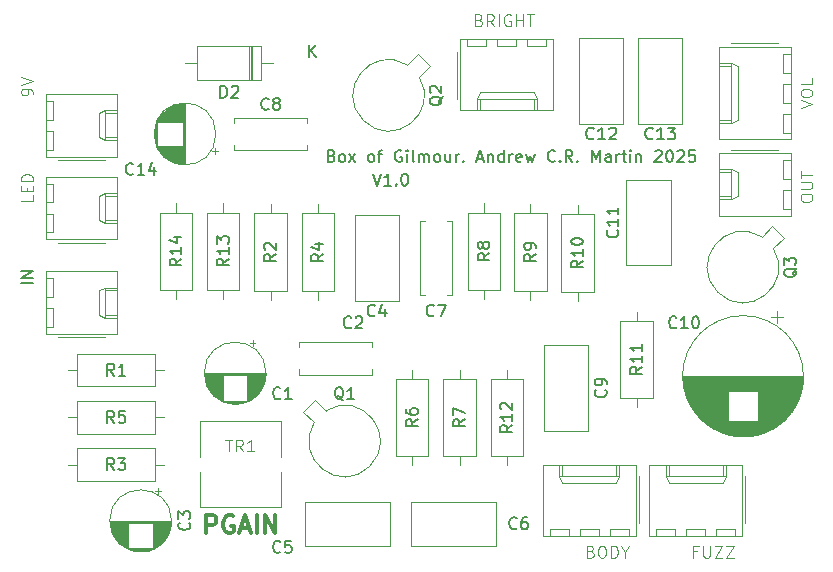
<source format=gbr>
%TF.GenerationSoftware,KiCad,Pcbnew,9.0.0*%
%TF.CreationDate,2025-05-08T12:22:06+01:00*%
%TF.ProjectId,BoxOfGilmour,426f784f-6647-4696-9c6d-6f75722e6b69,rev?*%
%TF.SameCoordinates,Original*%
%TF.FileFunction,Legend,Top*%
%TF.FilePolarity,Positive*%
%FSLAX46Y46*%
G04 Gerber Fmt 4.6, Leading zero omitted, Abs format (unit mm)*
G04 Created by KiCad (PCBNEW 9.0.0) date 2025-05-08 12:22:06*
%MOMM*%
%LPD*%
G01*
G04 APERTURE LIST*
%ADD10C,0.125000*%
%ADD11C,0.150000*%
%ADD12C,0.300000*%
%ADD13C,0.187500*%
%ADD14C,0.120000*%
G04 APERTURE END LIST*
D10*
X131653664Y-49347309D02*
X131796521Y-49394928D01*
X131796521Y-49394928D02*
X131844140Y-49442547D01*
X131844140Y-49442547D02*
X131891759Y-49537785D01*
X131891759Y-49537785D02*
X131891759Y-49680642D01*
X131891759Y-49680642D02*
X131844140Y-49775880D01*
X131844140Y-49775880D02*
X131796521Y-49823500D01*
X131796521Y-49823500D02*
X131701283Y-49871119D01*
X131701283Y-49871119D02*
X131320331Y-49871119D01*
X131320331Y-49871119D02*
X131320331Y-48871119D01*
X131320331Y-48871119D02*
X131653664Y-48871119D01*
X131653664Y-48871119D02*
X131748902Y-48918738D01*
X131748902Y-48918738D02*
X131796521Y-48966357D01*
X131796521Y-48966357D02*
X131844140Y-49061595D01*
X131844140Y-49061595D02*
X131844140Y-49156833D01*
X131844140Y-49156833D02*
X131796521Y-49252071D01*
X131796521Y-49252071D02*
X131748902Y-49299690D01*
X131748902Y-49299690D02*
X131653664Y-49347309D01*
X131653664Y-49347309D02*
X131320331Y-49347309D01*
X132891759Y-49871119D02*
X132558426Y-49394928D01*
X132320331Y-49871119D02*
X132320331Y-48871119D01*
X132320331Y-48871119D02*
X132701283Y-48871119D01*
X132701283Y-48871119D02*
X132796521Y-48918738D01*
X132796521Y-48918738D02*
X132844140Y-48966357D01*
X132844140Y-48966357D02*
X132891759Y-49061595D01*
X132891759Y-49061595D02*
X132891759Y-49204452D01*
X132891759Y-49204452D02*
X132844140Y-49299690D01*
X132844140Y-49299690D02*
X132796521Y-49347309D01*
X132796521Y-49347309D02*
X132701283Y-49394928D01*
X132701283Y-49394928D02*
X132320331Y-49394928D01*
X133320331Y-49871119D02*
X133320331Y-48871119D01*
X134320330Y-48918738D02*
X134225092Y-48871119D01*
X134225092Y-48871119D02*
X134082235Y-48871119D01*
X134082235Y-48871119D02*
X133939378Y-48918738D01*
X133939378Y-48918738D02*
X133844140Y-49013976D01*
X133844140Y-49013976D02*
X133796521Y-49109214D01*
X133796521Y-49109214D02*
X133748902Y-49299690D01*
X133748902Y-49299690D02*
X133748902Y-49442547D01*
X133748902Y-49442547D02*
X133796521Y-49633023D01*
X133796521Y-49633023D02*
X133844140Y-49728261D01*
X133844140Y-49728261D02*
X133939378Y-49823500D01*
X133939378Y-49823500D02*
X134082235Y-49871119D01*
X134082235Y-49871119D02*
X134177473Y-49871119D01*
X134177473Y-49871119D02*
X134320330Y-49823500D01*
X134320330Y-49823500D02*
X134367949Y-49775880D01*
X134367949Y-49775880D02*
X134367949Y-49442547D01*
X134367949Y-49442547D02*
X134177473Y-49442547D01*
X134796521Y-49871119D02*
X134796521Y-48871119D01*
X134796521Y-49347309D02*
X135367949Y-49347309D01*
X135367949Y-49871119D02*
X135367949Y-48871119D01*
X135701283Y-48871119D02*
X136272711Y-48871119D01*
X135986997Y-49871119D02*
X135986997Y-48871119D01*
X158871119Y-64489192D02*
X158871119Y-64298716D01*
X158871119Y-64298716D02*
X158918738Y-64203478D01*
X158918738Y-64203478D02*
X159013976Y-64108240D01*
X159013976Y-64108240D02*
X159204452Y-64060621D01*
X159204452Y-64060621D02*
X159537785Y-64060621D01*
X159537785Y-64060621D02*
X159728261Y-64108240D01*
X159728261Y-64108240D02*
X159823500Y-64203478D01*
X159823500Y-64203478D02*
X159871119Y-64298716D01*
X159871119Y-64298716D02*
X159871119Y-64489192D01*
X159871119Y-64489192D02*
X159823500Y-64584430D01*
X159823500Y-64584430D02*
X159728261Y-64679668D01*
X159728261Y-64679668D02*
X159537785Y-64727287D01*
X159537785Y-64727287D02*
X159204452Y-64727287D01*
X159204452Y-64727287D02*
X159013976Y-64679668D01*
X159013976Y-64679668D02*
X158918738Y-64584430D01*
X158918738Y-64584430D02*
X158871119Y-64489192D01*
X158871119Y-63632049D02*
X159680642Y-63632049D01*
X159680642Y-63632049D02*
X159775880Y-63584430D01*
X159775880Y-63584430D02*
X159823500Y-63536811D01*
X159823500Y-63536811D02*
X159871119Y-63441573D01*
X159871119Y-63441573D02*
X159871119Y-63251097D01*
X159871119Y-63251097D02*
X159823500Y-63155859D01*
X159823500Y-63155859D02*
X159775880Y-63108240D01*
X159775880Y-63108240D02*
X159680642Y-63060621D01*
X159680642Y-63060621D02*
X158871119Y-63060621D01*
X158871119Y-62727287D02*
X158871119Y-62155859D01*
X159871119Y-62441573D02*
X158871119Y-62441573D01*
X150113664Y-94347309D02*
X149780331Y-94347309D01*
X149780331Y-94871119D02*
X149780331Y-93871119D01*
X149780331Y-93871119D02*
X150256521Y-93871119D01*
X150637474Y-93871119D02*
X150637474Y-94680642D01*
X150637474Y-94680642D02*
X150685093Y-94775880D01*
X150685093Y-94775880D02*
X150732712Y-94823500D01*
X150732712Y-94823500D02*
X150827950Y-94871119D01*
X150827950Y-94871119D02*
X151018426Y-94871119D01*
X151018426Y-94871119D02*
X151113664Y-94823500D01*
X151113664Y-94823500D02*
X151161283Y-94775880D01*
X151161283Y-94775880D02*
X151208902Y-94680642D01*
X151208902Y-94680642D02*
X151208902Y-93871119D01*
X151589855Y-93871119D02*
X152256521Y-93871119D01*
X152256521Y-93871119D02*
X151589855Y-94871119D01*
X151589855Y-94871119D02*
X152256521Y-94871119D01*
X152542236Y-93871119D02*
X153208902Y-93871119D01*
X153208902Y-93871119D02*
X152542236Y-94871119D01*
X152542236Y-94871119D02*
X153208902Y-94871119D01*
X158871119Y-56822525D02*
X159871119Y-56489192D01*
X159871119Y-56489192D02*
X158871119Y-56155859D01*
X158871119Y-55632049D02*
X158871119Y-55441573D01*
X158871119Y-55441573D02*
X158918738Y-55346335D01*
X158918738Y-55346335D02*
X159013976Y-55251097D01*
X159013976Y-55251097D02*
X159204452Y-55203478D01*
X159204452Y-55203478D02*
X159537785Y-55203478D01*
X159537785Y-55203478D02*
X159728261Y-55251097D01*
X159728261Y-55251097D02*
X159823500Y-55346335D01*
X159823500Y-55346335D02*
X159871119Y-55441573D01*
X159871119Y-55441573D02*
X159871119Y-55632049D01*
X159871119Y-55632049D02*
X159823500Y-55727287D01*
X159823500Y-55727287D02*
X159728261Y-55822525D01*
X159728261Y-55822525D02*
X159537785Y-55870144D01*
X159537785Y-55870144D02*
X159204452Y-55870144D01*
X159204452Y-55870144D02*
X159013976Y-55822525D01*
X159013976Y-55822525D02*
X158918738Y-55727287D01*
X158918738Y-55727287D02*
X158871119Y-55632049D01*
X159871119Y-54298716D02*
X159871119Y-54774906D01*
X159871119Y-54774906D02*
X158871119Y-54774906D01*
X93871119Y-55632049D02*
X93871119Y-55441573D01*
X93871119Y-55441573D02*
X93823500Y-55346335D01*
X93823500Y-55346335D02*
X93775880Y-55298716D01*
X93775880Y-55298716D02*
X93633023Y-55203478D01*
X93633023Y-55203478D02*
X93442547Y-55155859D01*
X93442547Y-55155859D02*
X93061595Y-55155859D01*
X93061595Y-55155859D02*
X92966357Y-55203478D01*
X92966357Y-55203478D02*
X92918738Y-55251097D01*
X92918738Y-55251097D02*
X92871119Y-55346335D01*
X92871119Y-55346335D02*
X92871119Y-55536811D01*
X92871119Y-55536811D02*
X92918738Y-55632049D01*
X92918738Y-55632049D02*
X92966357Y-55679668D01*
X92966357Y-55679668D02*
X93061595Y-55727287D01*
X93061595Y-55727287D02*
X93299690Y-55727287D01*
X93299690Y-55727287D02*
X93394928Y-55679668D01*
X93394928Y-55679668D02*
X93442547Y-55632049D01*
X93442547Y-55632049D02*
X93490166Y-55536811D01*
X93490166Y-55536811D02*
X93490166Y-55346335D01*
X93490166Y-55346335D02*
X93442547Y-55251097D01*
X93442547Y-55251097D02*
X93394928Y-55203478D01*
X93394928Y-55203478D02*
X93299690Y-55155859D01*
X92871119Y-54870144D02*
X93871119Y-54536811D01*
X93871119Y-54536811D02*
X92871119Y-54203478D01*
D11*
X119170112Y-60846009D02*
X119312969Y-60893628D01*
X119312969Y-60893628D02*
X119360588Y-60941247D01*
X119360588Y-60941247D02*
X119408207Y-61036485D01*
X119408207Y-61036485D02*
X119408207Y-61179342D01*
X119408207Y-61179342D02*
X119360588Y-61274580D01*
X119360588Y-61274580D02*
X119312969Y-61322200D01*
X119312969Y-61322200D02*
X119217731Y-61369819D01*
X119217731Y-61369819D02*
X118836779Y-61369819D01*
X118836779Y-61369819D02*
X118836779Y-60369819D01*
X118836779Y-60369819D02*
X119170112Y-60369819D01*
X119170112Y-60369819D02*
X119265350Y-60417438D01*
X119265350Y-60417438D02*
X119312969Y-60465057D01*
X119312969Y-60465057D02*
X119360588Y-60560295D01*
X119360588Y-60560295D02*
X119360588Y-60655533D01*
X119360588Y-60655533D02*
X119312969Y-60750771D01*
X119312969Y-60750771D02*
X119265350Y-60798390D01*
X119265350Y-60798390D02*
X119170112Y-60846009D01*
X119170112Y-60846009D02*
X118836779Y-60846009D01*
X119979636Y-61369819D02*
X119884398Y-61322200D01*
X119884398Y-61322200D02*
X119836779Y-61274580D01*
X119836779Y-61274580D02*
X119789160Y-61179342D01*
X119789160Y-61179342D02*
X119789160Y-60893628D01*
X119789160Y-60893628D02*
X119836779Y-60798390D01*
X119836779Y-60798390D02*
X119884398Y-60750771D01*
X119884398Y-60750771D02*
X119979636Y-60703152D01*
X119979636Y-60703152D02*
X120122493Y-60703152D01*
X120122493Y-60703152D02*
X120217731Y-60750771D01*
X120217731Y-60750771D02*
X120265350Y-60798390D01*
X120265350Y-60798390D02*
X120312969Y-60893628D01*
X120312969Y-60893628D02*
X120312969Y-61179342D01*
X120312969Y-61179342D02*
X120265350Y-61274580D01*
X120265350Y-61274580D02*
X120217731Y-61322200D01*
X120217731Y-61322200D02*
X120122493Y-61369819D01*
X120122493Y-61369819D02*
X119979636Y-61369819D01*
X120646303Y-61369819D02*
X121170112Y-60703152D01*
X120646303Y-60703152D02*
X121170112Y-61369819D01*
X122455827Y-61369819D02*
X122360589Y-61322200D01*
X122360589Y-61322200D02*
X122312970Y-61274580D01*
X122312970Y-61274580D02*
X122265351Y-61179342D01*
X122265351Y-61179342D02*
X122265351Y-60893628D01*
X122265351Y-60893628D02*
X122312970Y-60798390D01*
X122312970Y-60798390D02*
X122360589Y-60750771D01*
X122360589Y-60750771D02*
X122455827Y-60703152D01*
X122455827Y-60703152D02*
X122598684Y-60703152D01*
X122598684Y-60703152D02*
X122693922Y-60750771D01*
X122693922Y-60750771D02*
X122741541Y-60798390D01*
X122741541Y-60798390D02*
X122789160Y-60893628D01*
X122789160Y-60893628D02*
X122789160Y-61179342D01*
X122789160Y-61179342D02*
X122741541Y-61274580D01*
X122741541Y-61274580D02*
X122693922Y-61322200D01*
X122693922Y-61322200D02*
X122598684Y-61369819D01*
X122598684Y-61369819D02*
X122455827Y-61369819D01*
X123074875Y-60703152D02*
X123455827Y-60703152D01*
X123217732Y-61369819D02*
X123217732Y-60512676D01*
X123217732Y-60512676D02*
X123265351Y-60417438D01*
X123265351Y-60417438D02*
X123360589Y-60369819D01*
X123360589Y-60369819D02*
X123455827Y-60369819D01*
X125074875Y-60417438D02*
X124979637Y-60369819D01*
X124979637Y-60369819D02*
X124836780Y-60369819D01*
X124836780Y-60369819D02*
X124693923Y-60417438D01*
X124693923Y-60417438D02*
X124598685Y-60512676D01*
X124598685Y-60512676D02*
X124551066Y-60607914D01*
X124551066Y-60607914D02*
X124503447Y-60798390D01*
X124503447Y-60798390D02*
X124503447Y-60941247D01*
X124503447Y-60941247D02*
X124551066Y-61131723D01*
X124551066Y-61131723D02*
X124598685Y-61226961D01*
X124598685Y-61226961D02*
X124693923Y-61322200D01*
X124693923Y-61322200D02*
X124836780Y-61369819D01*
X124836780Y-61369819D02*
X124932018Y-61369819D01*
X124932018Y-61369819D02*
X125074875Y-61322200D01*
X125074875Y-61322200D02*
X125122494Y-61274580D01*
X125122494Y-61274580D02*
X125122494Y-60941247D01*
X125122494Y-60941247D02*
X124932018Y-60941247D01*
X125551066Y-61369819D02*
X125551066Y-60703152D01*
X125551066Y-60369819D02*
X125503447Y-60417438D01*
X125503447Y-60417438D02*
X125551066Y-60465057D01*
X125551066Y-60465057D02*
X125598685Y-60417438D01*
X125598685Y-60417438D02*
X125551066Y-60369819D01*
X125551066Y-60369819D02*
X125551066Y-60465057D01*
X126170113Y-61369819D02*
X126074875Y-61322200D01*
X126074875Y-61322200D02*
X126027256Y-61226961D01*
X126027256Y-61226961D02*
X126027256Y-60369819D01*
X126551066Y-61369819D02*
X126551066Y-60703152D01*
X126551066Y-60798390D02*
X126598685Y-60750771D01*
X126598685Y-60750771D02*
X126693923Y-60703152D01*
X126693923Y-60703152D02*
X126836780Y-60703152D01*
X126836780Y-60703152D02*
X126932018Y-60750771D01*
X126932018Y-60750771D02*
X126979637Y-60846009D01*
X126979637Y-60846009D02*
X126979637Y-61369819D01*
X126979637Y-60846009D02*
X127027256Y-60750771D01*
X127027256Y-60750771D02*
X127122494Y-60703152D01*
X127122494Y-60703152D02*
X127265351Y-60703152D01*
X127265351Y-60703152D02*
X127360590Y-60750771D01*
X127360590Y-60750771D02*
X127408209Y-60846009D01*
X127408209Y-60846009D02*
X127408209Y-61369819D01*
X128027256Y-61369819D02*
X127932018Y-61322200D01*
X127932018Y-61322200D02*
X127884399Y-61274580D01*
X127884399Y-61274580D02*
X127836780Y-61179342D01*
X127836780Y-61179342D02*
X127836780Y-60893628D01*
X127836780Y-60893628D02*
X127884399Y-60798390D01*
X127884399Y-60798390D02*
X127932018Y-60750771D01*
X127932018Y-60750771D02*
X128027256Y-60703152D01*
X128027256Y-60703152D02*
X128170113Y-60703152D01*
X128170113Y-60703152D02*
X128265351Y-60750771D01*
X128265351Y-60750771D02*
X128312970Y-60798390D01*
X128312970Y-60798390D02*
X128360589Y-60893628D01*
X128360589Y-60893628D02*
X128360589Y-61179342D01*
X128360589Y-61179342D02*
X128312970Y-61274580D01*
X128312970Y-61274580D02*
X128265351Y-61322200D01*
X128265351Y-61322200D02*
X128170113Y-61369819D01*
X128170113Y-61369819D02*
X128027256Y-61369819D01*
X129217732Y-60703152D02*
X129217732Y-61369819D01*
X128789161Y-60703152D02*
X128789161Y-61226961D01*
X128789161Y-61226961D02*
X128836780Y-61322200D01*
X128836780Y-61322200D02*
X128932018Y-61369819D01*
X128932018Y-61369819D02*
X129074875Y-61369819D01*
X129074875Y-61369819D02*
X129170113Y-61322200D01*
X129170113Y-61322200D02*
X129217732Y-61274580D01*
X129693923Y-61369819D02*
X129693923Y-60703152D01*
X129693923Y-60893628D02*
X129741542Y-60798390D01*
X129741542Y-60798390D02*
X129789161Y-60750771D01*
X129789161Y-60750771D02*
X129884399Y-60703152D01*
X129884399Y-60703152D02*
X129979637Y-60703152D01*
X130312971Y-61274580D02*
X130360590Y-61322200D01*
X130360590Y-61322200D02*
X130312971Y-61369819D01*
X130312971Y-61369819D02*
X130265352Y-61322200D01*
X130265352Y-61322200D02*
X130312971Y-61274580D01*
X130312971Y-61274580D02*
X130312971Y-61369819D01*
X131503447Y-61084104D02*
X131979637Y-61084104D01*
X131408209Y-61369819D02*
X131741542Y-60369819D01*
X131741542Y-60369819D02*
X132074875Y-61369819D01*
X132408209Y-60703152D02*
X132408209Y-61369819D01*
X132408209Y-60798390D02*
X132455828Y-60750771D01*
X132455828Y-60750771D02*
X132551066Y-60703152D01*
X132551066Y-60703152D02*
X132693923Y-60703152D01*
X132693923Y-60703152D02*
X132789161Y-60750771D01*
X132789161Y-60750771D02*
X132836780Y-60846009D01*
X132836780Y-60846009D02*
X132836780Y-61369819D01*
X133741542Y-61369819D02*
X133741542Y-60369819D01*
X133741542Y-61322200D02*
X133646304Y-61369819D01*
X133646304Y-61369819D02*
X133455828Y-61369819D01*
X133455828Y-61369819D02*
X133360590Y-61322200D01*
X133360590Y-61322200D02*
X133312971Y-61274580D01*
X133312971Y-61274580D02*
X133265352Y-61179342D01*
X133265352Y-61179342D02*
X133265352Y-60893628D01*
X133265352Y-60893628D02*
X133312971Y-60798390D01*
X133312971Y-60798390D02*
X133360590Y-60750771D01*
X133360590Y-60750771D02*
X133455828Y-60703152D01*
X133455828Y-60703152D02*
X133646304Y-60703152D01*
X133646304Y-60703152D02*
X133741542Y-60750771D01*
X134217733Y-61369819D02*
X134217733Y-60703152D01*
X134217733Y-60893628D02*
X134265352Y-60798390D01*
X134265352Y-60798390D02*
X134312971Y-60750771D01*
X134312971Y-60750771D02*
X134408209Y-60703152D01*
X134408209Y-60703152D02*
X134503447Y-60703152D01*
X135217733Y-61322200D02*
X135122495Y-61369819D01*
X135122495Y-61369819D02*
X134932019Y-61369819D01*
X134932019Y-61369819D02*
X134836781Y-61322200D01*
X134836781Y-61322200D02*
X134789162Y-61226961D01*
X134789162Y-61226961D02*
X134789162Y-60846009D01*
X134789162Y-60846009D02*
X134836781Y-60750771D01*
X134836781Y-60750771D02*
X134932019Y-60703152D01*
X134932019Y-60703152D02*
X135122495Y-60703152D01*
X135122495Y-60703152D02*
X135217733Y-60750771D01*
X135217733Y-60750771D02*
X135265352Y-60846009D01*
X135265352Y-60846009D02*
X135265352Y-60941247D01*
X135265352Y-60941247D02*
X134789162Y-61036485D01*
X135598686Y-60703152D02*
X135789162Y-61369819D01*
X135789162Y-61369819D02*
X135979638Y-60893628D01*
X135979638Y-60893628D02*
X136170114Y-61369819D01*
X136170114Y-61369819D02*
X136360590Y-60703152D01*
X138074876Y-61274580D02*
X138027257Y-61322200D01*
X138027257Y-61322200D02*
X137884400Y-61369819D01*
X137884400Y-61369819D02*
X137789162Y-61369819D01*
X137789162Y-61369819D02*
X137646305Y-61322200D01*
X137646305Y-61322200D02*
X137551067Y-61226961D01*
X137551067Y-61226961D02*
X137503448Y-61131723D01*
X137503448Y-61131723D02*
X137455829Y-60941247D01*
X137455829Y-60941247D02*
X137455829Y-60798390D01*
X137455829Y-60798390D02*
X137503448Y-60607914D01*
X137503448Y-60607914D02*
X137551067Y-60512676D01*
X137551067Y-60512676D02*
X137646305Y-60417438D01*
X137646305Y-60417438D02*
X137789162Y-60369819D01*
X137789162Y-60369819D02*
X137884400Y-60369819D01*
X137884400Y-60369819D02*
X138027257Y-60417438D01*
X138027257Y-60417438D02*
X138074876Y-60465057D01*
X138503448Y-61274580D02*
X138551067Y-61322200D01*
X138551067Y-61322200D02*
X138503448Y-61369819D01*
X138503448Y-61369819D02*
X138455829Y-61322200D01*
X138455829Y-61322200D02*
X138503448Y-61274580D01*
X138503448Y-61274580D02*
X138503448Y-61369819D01*
X139551066Y-61369819D02*
X139217733Y-60893628D01*
X138979638Y-61369819D02*
X138979638Y-60369819D01*
X138979638Y-60369819D02*
X139360590Y-60369819D01*
X139360590Y-60369819D02*
X139455828Y-60417438D01*
X139455828Y-60417438D02*
X139503447Y-60465057D01*
X139503447Y-60465057D02*
X139551066Y-60560295D01*
X139551066Y-60560295D02*
X139551066Y-60703152D01*
X139551066Y-60703152D02*
X139503447Y-60798390D01*
X139503447Y-60798390D02*
X139455828Y-60846009D01*
X139455828Y-60846009D02*
X139360590Y-60893628D01*
X139360590Y-60893628D02*
X138979638Y-60893628D01*
X139979638Y-61274580D02*
X140027257Y-61322200D01*
X140027257Y-61322200D02*
X139979638Y-61369819D01*
X139979638Y-61369819D02*
X139932019Y-61322200D01*
X139932019Y-61322200D02*
X139979638Y-61274580D01*
X139979638Y-61274580D02*
X139979638Y-61369819D01*
X141217733Y-61369819D02*
X141217733Y-60369819D01*
X141217733Y-60369819D02*
X141551066Y-61084104D01*
X141551066Y-61084104D02*
X141884399Y-60369819D01*
X141884399Y-60369819D02*
X141884399Y-61369819D01*
X142789161Y-61369819D02*
X142789161Y-60846009D01*
X142789161Y-60846009D02*
X142741542Y-60750771D01*
X142741542Y-60750771D02*
X142646304Y-60703152D01*
X142646304Y-60703152D02*
X142455828Y-60703152D01*
X142455828Y-60703152D02*
X142360590Y-60750771D01*
X142789161Y-61322200D02*
X142693923Y-61369819D01*
X142693923Y-61369819D02*
X142455828Y-61369819D01*
X142455828Y-61369819D02*
X142360590Y-61322200D01*
X142360590Y-61322200D02*
X142312971Y-61226961D01*
X142312971Y-61226961D02*
X142312971Y-61131723D01*
X142312971Y-61131723D02*
X142360590Y-61036485D01*
X142360590Y-61036485D02*
X142455828Y-60988866D01*
X142455828Y-60988866D02*
X142693923Y-60988866D01*
X142693923Y-60988866D02*
X142789161Y-60941247D01*
X143265352Y-61369819D02*
X143265352Y-60703152D01*
X143265352Y-60893628D02*
X143312971Y-60798390D01*
X143312971Y-60798390D02*
X143360590Y-60750771D01*
X143360590Y-60750771D02*
X143455828Y-60703152D01*
X143455828Y-60703152D02*
X143551066Y-60703152D01*
X143741543Y-60703152D02*
X144122495Y-60703152D01*
X143884400Y-60369819D02*
X143884400Y-61226961D01*
X143884400Y-61226961D02*
X143932019Y-61322200D01*
X143932019Y-61322200D02*
X144027257Y-61369819D01*
X144027257Y-61369819D02*
X144122495Y-61369819D01*
X144455829Y-61369819D02*
X144455829Y-60703152D01*
X144455829Y-60369819D02*
X144408210Y-60417438D01*
X144408210Y-60417438D02*
X144455829Y-60465057D01*
X144455829Y-60465057D02*
X144503448Y-60417438D01*
X144503448Y-60417438D02*
X144455829Y-60369819D01*
X144455829Y-60369819D02*
X144455829Y-60465057D01*
X144932019Y-60703152D02*
X144932019Y-61369819D01*
X144932019Y-60798390D02*
X144979638Y-60750771D01*
X144979638Y-60750771D02*
X145074876Y-60703152D01*
X145074876Y-60703152D02*
X145217733Y-60703152D01*
X145217733Y-60703152D02*
X145312971Y-60750771D01*
X145312971Y-60750771D02*
X145360590Y-60846009D01*
X145360590Y-60846009D02*
X145360590Y-61369819D01*
X146551067Y-60465057D02*
X146598686Y-60417438D01*
X146598686Y-60417438D02*
X146693924Y-60369819D01*
X146693924Y-60369819D02*
X146932019Y-60369819D01*
X146932019Y-60369819D02*
X147027257Y-60417438D01*
X147027257Y-60417438D02*
X147074876Y-60465057D01*
X147074876Y-60465057D02*
X147122495Y-60560295D01*
X147122495Y-60560295D02*
X147122495Y-60655533D01*
X147122495Y-60655533D02*
X147074876Y-60798390D01*
X147074876Y-60798390D02*
X146503448Y-61369819D01*
X146503448Y-61369819D02*
X147122495Y-61369819D01*
X147741543Y-60369819D02*
X147836781Y-60369819D01*
X147836781Y-60369819D02*
X147932019Y-60417438D01*
X147932019Y-60417438D02*
X147979638Y-60465057D01*
X147979638Y-60465057D02*
X148027257Y-60560295D01*
X148027257Y-60560295D02*
X148074876Y-60750771D01*
X148074876Y-60750771D02*
X148074876Y-60988866D01*
X148074876Y-60988866D02*
X148027257Y-61179342D01*
X148027257Y-61179342D02*
X147979638Y-61274580D01*
X147979638Y-61274580D02*
X147932019Y-61322200D01*
X147932019Y-61322200D02*
X147836781Y-61369819D01*
X147836781Y-61369819D02*
X147741543Y-61369819D01*
X147741543Y-61369819D02*
X147646305Y-61322200D01*
X147646305Y-61322200D02*
X147598686Y-61274580D01*
X147598686Y-61274580D02*
X147551067Y-61179342D01*
X147551067Y-61179342D02*
X147503448Y-60988866D01*
X147503448Y-60988866D02*
X147503448Y-60750771D01*
X147503448Y-60750771D02*
X147551067Y-60560295D01*
X147551067Y-60560295D02*
X147598686Y-60465057D01*
X147598686Y-60465057D02*
X147646305Y-60417438D01*
X147646305Y-60417438D02*
X147741543Y-60369819D01*
X148455829Y-60465057D02*
X148503448Y-60417438D01*
X148503448Y-60417438D02*
X148598686Y-60369819D01*
X148598686Y-60369819D02*
X148836781Y-60369819D01*
X148836781Y-60369819D02*
X148932019Y-60417438D01*
X148932019Y-60417438D02*
X148979638Y-60465057D01*
X148979638Y-60465057D02*
X149027257Y-60560295D01*
X149027257Y-60560295D02*
X149027257Y-60655533D01*
X149027257Y-60655533D02*
X148979638Y-60798390D01*
X148979638Y-60798390D02*
X148408210Y-61369819D01*
X148408210Y-61369819D02*
X149027257Y-61369819D01*
X149932019Y-60369819D02*
X149455829Y-60369819D01*
X149455829Y-60369819D02*
X149408210Y-60846009D01*
X149408210Y-60846009D02*
X149455829Y-60798390D01*
X149455829Y-60798390D02*
X149551067Y-60750771D01*
X149551067Y-60750771D02*
X149789162Y-60750771D01*
X149789162Y-60750771D02*
X149884400Y-60798390D01*
X149884400Y-60798390D02*
X149932019Y-60846009D01*
X149932019Y-60846009D02*
X149979638Y-60941247D01*
X149979638Y-60941247D02*
X149979638Y-61179342D01*
X149979638Y-61179342D02*
X149932019Y-61274580D01*
X149932019Y-61274580D02*
X149884400Y-61322200D01*
X149884400Y-61322200D02*
X149789162Y-61369819D01*
X149789162Y-61369819D02*
X149551067Y-61369819D01*
X149551067Y-61369819D02*
X149455829Y-61322200D01*
X149455829Y-61322200D02*
X149408210Y-61274580D01*
D12*
X108554510Y-92800828D02*
X108554510Y-91300828D01*
X108554510Y-91300828D02*
X109125939Y-91300828D01*
X109125939Y-91300828D02*
X109268796Y-91372257D01*
X109268796Y-91372257D02*
X109340225Y-91443685D01*
X109340225Y-91443685D02*
X109411653Y-91586542D01*
X109411653Y-91586542D02*
X109411653Y-91800828D01*
X109411653Y-91800828D02*
X109340225Y-91943685D01*
X109340225Y-91943685D02*
X109268796Y-92015114D01*
X109268796Y-92015114D02*
X109125939Y-92086542D01*
X109125939Y-92086542D02*
X108554510Y-92086542D01*
X110840225Y-91372257D02*
X110697368Y-91300828D01*
X110697368Y-91300828D02*
X110483082Y-91300828D01*
X110483082Y-91300828D02*
X110268796Y-91372257D01*
X110268796Y-91372257D02*
X110125939Y-91515114D01*
X110125939Y-91515114D02*
X110054510Y-91657971D01*
X110054510Y-91657971D02*
X109983082Y-91943685D01*
X109983082Y-91943685D02*
X109983082Y-92157971D01*
X109983082Y-92157971D02*
X110054510Y-92443685D01*
X110054510Y-92443685D02*
X110125939Y-92586542D01*
X110125939Y-92586542D02*
X110268796Y-92729400D01*
X110268796Y-92729400D02*
X110483082Y-92800828D01*
X110483082Y-92800828D02*
X110625939Y-92800828D01*
X110625939Y-92800828D02*
X110840225Y-92729400D01*
X110840225Y-92729400D02*
X110911653Y-92657971D01*
X110911653Y-92657971D02*
X110911653Y-92157971D01*
X110911653Y-92157971D02*
X110625939Y-92157971D01*
X111483082Y-92372257D02*
X112197368Y-92372257D01*
X111340225Y-92800828D02*
X111840225Y-91300828D01*
X111840225Y-91300828D02*
X112340225Y-92800828D01*
X112840224Y-92800828D02*
X112840224Y-91300828D01*
X113554510Y-92800828D02*
X113554510Y-91300828D01*
X113554510Y-91300828D02*
X114411653Y-92800828D01*
X114411653Y-92800828D02*
X114411653Y-91300828D01*
D11*
X122693922Y-62369819D02*
X123027255Y-63369819D01*
X123027255Y-63369819D02*
X123360588Y-62369819D01*
X124217731Y-63369819D02*
X123646303Y-63369819D01*
X123932017Y-63369819D02*
X123932017Y-62369819D01*
X123932017Y-62369819D02*
X123836779Y-62512676D01*
X123836779Y-62512676D02*
X123741541Y-62607914D01*
X123741541Y-62607914D02*
X123646303Y-62655533D01*
X124646303Y-63274580D02*
X124693922Y-63322200D01*
X124693922Y-63322200D02*
X124646303Y-63369819D01*
X124646303Y-63369819D02*
X124598684Y-63322200D01*
X124598684Y-63322200D02*
X124646303Y-63274580D01*
X124646303Y-63274580D02*
X124646303Y-63369819D01*
X125312969Y-62369819D02*
X125408207Y-62369819D01*
X125408207Y-62369819D02*
X125503445Y-62417438D01*
X125503445Y-62417438D02*
X125551064Y-62465057D01*
X125551064Y-62465057D02*
X125598683Y-62560295D01*
X125598683Y-62560295D02*
X125646302Y-62750771D01*
X125646302Y-62750771D02*
X125646302Y-62988866D01*
X125646302Y-62988866D02*
X125598683Y-63179342D01*
X125598683Y-63179342D02*
X125551064Y-63274580D01*
X125551064Y-63274580D02*
X125503445Y-63322200D01*
X125503445Y-63322200D02*
X125408207Y-63369819D01*
X125408207Y-63369819D02*
X125312969Y-63369819D01*
X125312969Y-63369819D02*
X125217731Y-63322200D01*
X125217731Y-63322200D02*
X125170112Y-63274580D01*
X125170112Y-63274580D02*
X125122493Y-63179342D01*
X125122493Y-63179342D02*
X125074874Y-62988866D01*
X125074874Y-62988866D02*
X125074874Y-62750771D01*
X125074874Y-62750771D02*
X125122493Y-62560295D01*
X125122493Y-62560295D02*
X125170112Y-62465057D01*
X125170112Y-62465057D02*
X125217731Y-62417438D01*
X125217731Y-62417438D02*
X125312969Y-62369819D01*
D10*
X93871119Y-64203478D02*
X93871119Y-64679668D01*
X93871119Y-64679668D02*
X92871119Y-64679668D01*
X93347309Y-63870144D02*
X93347309Y-63536811D01*
X93871119Y-63393954D02*
X93871119Y-63870144D01*
X93871119Y-63870144D02*
X92871119Y-63870144D01*
X92871119Y-63870144D02*
X92871119Y-63393954D01*
X93871119Y-62965382D02*
X92871119Y-62965382D01*
X92871119Y-62965382D02*
X92871119Y-62727287D01*
X92871119Y-62727287D02*
X92918738Y-62584430D01*
X92918738Y-62584430D02*
X93013976Y-62489192D01*
X93013976Y-62489192D02*
X93109214Y-62441573D01*
X93109214Y-62441573D02*
X93299690Y-62393954D01*
X93299690Y-62393954D02*
X93442547Y-62393954D01*
X93442547Y-62393954D02*
X93633023Y-62441573D01*
X93633023Y-62441573D02*
X93728261Y-62489192D01*
X93728261Y-62489192D02*
X93823500Y-62584430D01*
X93823500Y-62584430D02*
X93871119Y-62727287D01*
X93871119Y-62727287D02*
X93871119Y-62965382D01*
D13*
X93867869Y-71638549D02*
X92867869Y-71638549D01*
X93867869Y-71162359D02*
X92867869Y-71162359D01*
X92867869Y-71162359D02*
X93867869Y-70590931D01*
X93867869Y-70590931D02*
X92867869Y-70590931D01*
D10*
X141113664Y-94347309D02*
X141256521Y-94394928D01*
X141256521Y-94394928D02*
X141304140Y-94442547D01*
X141304140Y-94442547D02*
X141351759Y-94537785D01*
X141351759Y-94537785D02*
X141351759Y-94680642D01*
X141351759Y-94680642D02*
X141304140Y-94775880D01*
X141304140Y-94775880D02*
X141256521Y-94823500D01*
X141256521Y-94823500D02*
X141161283Y-94871119D01*
X141161283Y-94871119D02*
X140780331Y-94871119D01*
X140780331Y-94871119D02*
X140780331Y-93871119D01*
X140780331Y-93871119D02*
X141113664Y-93871119D01*
X141113664Y-93871119D02*
X141208902Y-93918738D01*
X141208902Y-93918738D02*
X141256521Y-93966357D01*
X141256521Y-93966357D02*
X141304140Y-94061595D01*
X141304140Y-94061595D02*
X141304140Y-94156833D01*
X141304140Y-94156833D02*
X141256521Y-94252071D01*
X141256521Y-94252071D02*
X141208902Y-94299690D01*
X141208902Y-94299690D02*
X141113664Y-94347309D01*
X141113664Y-94347309D02*
X140780331Y-94347309D01*
X141970807Y-93871119D02*
X142161283Y-93871119D01*
X142161283Y-93871119D02*
X142256521Y-93918738D01*
X142256521Y-93918738D02*
X142351759Y-94013976D01*
X142351759Y-94013976D02*
X142399378Y-94204452D01*
X142399378Y-94204452D02*
X142399378Y-94537785D01*
X142399378Y-94537785D02*
X142351759Y-94728261D01*
X142351759Y-94728261D02*
X142256521Y-94823500D01*
X142256521Y-94823500D02*
X142161283Y-94871119D01*
X142161283Y-94871119D02*
X141970807Y-94871119D01*
X141970807Y-94871119D02*
X141875569Y-94823500D01*
X141875569Y-94823500D02*
X141780331Y-94728261D01*
X141780331Y-94728261D02*
X141732712Y-94537785D01*
X141732712Y-94537785D02*
X141732712Y-94204452D01*
X141732712Y-94204452D02*
X141780331Y-94013976D01*
X141780331Y-94013976D02*
X141875569Y-93918738D01*
X141875569Y-93918738D02*
X141970807Y-93871119D01*
X142827950Y-94871119D02*
X142827950Y-93871119D01*
X142827950Y-93871119D02*
X143066045Y-93871119D01*
X143066045Y-93871119D02*
X143208902Y-93918738D01*
X143208902Y-93918738D02*
X143304140Y-94013976D01*
X143304140Y-94013976D02*
X143351759Y-94109214D01*
X143351759Y-94109214D02*
X143399378Y-94299690D01*
X143399378Y-94299690D02*
X143399378Y-94442547D01*
X143399378Y-94442547D02*
X143351759Y-94633023D01*
X143351759Y-94633023D02*
X143304140Y-94728261D01*
X143304140Y-94728261D02*
X143208902Y-94823500D01*
X143208902Y-94823500D02*
X143066045Y-94871119D01*
X143066045Y-94871119D02*
X142827950Y-94871119D01*
X144018426Y-94394928D02*
X144018426Y-94871119D01*
X143685093Y-93871119D02*
X144018426Y-94394928D01*
X144018426Y-94394928D02*
X144351759Y-93871119D01*
X110177474Y-84871119D02*
X110748902Y-84871119D01*
X110463188Y-85871119D02*
X110463188Y-84871119D01*
X111653664Y-85871119D02*
X111320331Y-85394928D01*
X111082236Y-85871119D02*
X111082236Y-84871119D01*
X111082236Y-84871119D02*
X111463188Y-84871119D01*
X111463188Y-84871119D02*
X111558426Y-84918738D01*
X111558426Y-84918738D02*
X111606045Y-84966357D01*
X111606045Y-84966357D02*
X111653664Y-85061595D01*
X111653664Y-85061595D02*
X111653664Y-85204452D01*
X111653664Y-85204452D02*
X111606045Y-85299690D01*
X111606045Y-85299690D02*
X111558426Y-85347309D01*
X111558426Y-85347309D02*
X111463188Y-85394928D01*
X111463188Y-85394928D02*
X111082236Y-85394928D01*
X112606045Y-85871119D02*
X112034617Y-85871119D01*
X112320331Y-85871119D02*
X112320331Y-84871119D01*
X112320331Y-84871119D02*
X112225093Y-85013976D01*
X112225093Y-85013976D02*
X112129855Y-85109214D01*
X112129855Y-85109214D02*
X112034617Y-85156833D01*
D11*
X127833333Y-74359580D02*
X127785714Y-74407200D01*
X127785714Y-74407200D02*
X127642857Y-74454819D01*
X127642857Y-74454819D02*
X127547619Y-74454819D01*
X127547619Y-74454819D02*
X127404762Y-74407200D01*
X127404762Y-74407200D02*
X127309524Y-74311961D01*
X127309524Y-74311961D02*
X127261905Y-74216723D01*
X127261905Y-74216723D02*
X127214286Y-74026247D01*
X127214286Y-74026247D02*
X127214286Y-73883390D01*
X127214286Y-73883390D02*
X127261905Y-73692914D01*
X127261905Y-73692914D02*
X127309524Y-73597676D01*
X127309524Y-73597676D02*
X127404762Y-73502438D01*
X127404762Y-73502438D02*
X127547619Y-73454819D01*
X127547619Y-73454819D02*
X127642857Y-73454819D01*
X127642857Y-73454819D02*
X127785714Y-73502438D01*
X127785714Y-73502438D02*
X127833333Y-73550057D01*
X128166667Y-73454819D02*
X128833333Y-73454819D01*
X128833333Y-73454819D02*
X128404762Y-74454819D01*
X126454819Y-83166666D02*
X125978628Y-83499999D01*
X126454819Y-83738094D02*
X125454819Y-83738094D01*
X125454819Y-83738094D02*
X125454819Y-83357142D01*
X125454819Y-83357142D02*
X125502438Y-83261904D01*
X125502438Y-83261904D02*
X125550057Y-83214285D01*
X125550057Y-83214285D02*
X125645295Y-83166666D01*
X125645295Y-83166666D02*
X125788152Y-83166666D01*
X125788152Y-83166666D02*
X125883390Y-83214285D01*
X125883390Y-83214285D02*
X125931009Y-83261904D01*
X125931009Y-83261904D02*
X125978628Y-83357142D01*
X125978628Y-83357142D02*
X125978628Y-83738094D01*
X125454819Y-82309523D02*
X125454819Y-82499999D01*
X125454819Y-82499999D02*
X125502438Y-82595237D01*
X125502438Y-82595237D02*
X125550057Y-82642856D01*
X125550057Y-82642856D02*
X125692914Y-82738094D01*
X125692914Y-82738094D02*
X125883390Y-82785713D01*
X125883390Y-82785713D02*
X126264342Y-82785713D01*
X126264342Y-82785713D02*
X126359580Y-82738094D01*
X126359580Y-82738094D02*
X126407200Y-82690475D01*
X126407200Y-82690475D02*
X126454819Y-82595237D01*
X126454819Y-82595237D02*
X126454819Y-82404761D01*
X126454819Y-82404761D02*
X126407200Y-82309523D01*
X126407200Y-82309523D02*
X126359580Y-82261904D01*
X126359580Y-82261904D02*
X126264342Y-82214285D01*
X126264342Y-82214285D02*
X126026247Y-82214285D01*
X126026247Y-82214285D02*
X125931009Y-82261904D01*
X125931009Y-82261904D02*
X125883390Y-82309523D01*
X125883390Y-82309523D02*
X125835771Y-82404761D01*
X125835771Y-82404761D02*
X125835771Y-82595237D01*
X125835771Y-82595237D02*
X125883390Y-82690475D01*
X125883390Y-82690475D02*
X125931009Y-82738094D01*
X125931009Y-82738094D02*
X126026247Y-82785713D01*
X106454819Y-69562857D02*
X105978628Y-69896190D01*
X106454819Y-70134285D02*
X105454819Y-70134285D01*
X105454819Y-70134285D02*
X105454819Y-69753333D01*
X105454819Y-69753333D02*
X105502438Y-69658095D01*
X105502438Y-69658095D02*
X105550057Y-69610476D01*
X105550057Y-69610476D02*
X105645295Y-69562857D01*
X105645295Y-69562857D02*
X105788152Y-69562857D01*
X105788152Y-69562857D02*
X105883390Y-69610476D01*
X105883390Y-69610476D02*
X105931009Y-69658095D01*
X105931009Y-69658095D02*
X105978628Y-69753333D01*
X105978628Y-69753333D02*
X105978628Y-70134285D01*
X106454819Y-68610476D02*
X106454819Y-69181904D01*
X106454819Y-68896190D02*
X105454819Y-68896190D01*
X105454819Y-68896190D02*
X105597676Y-68991428D01*
X105597676Y-68991428D02*
X105692914Y-69086666D01*
X105692914Y-69086666D02*
X105740533Y-69181904D01*
X105788152Y-67753333D02*
X106454819Y-67753333D01*
X105407200Y-67991428D02*
X106121485Y-68229523D01*
X106121485Y-68229523D02*
X106121485Y-67610476D01*
X148357142Y-75359580D02*
X148309523Y-75407200D01*
X148309523Y-75407200D02*
X148166666Y-75454819D01*
X148166666Y-75454819D02*
X148071428Y-75454819D01*
X148071428Y-75454819D02*
X147928571Y-75407200D01*
X147928571Y-75407200D02*
X147833333Y-75311961D01*
X147833333Y-75311961D02*
X147785714Y-75216723D01*
X147785714Y-75216723D02*
X147738095Y-75026247D01*
X147738095Y-75026247D02*
X147738095Y-74883390D01*
X147738095Y-74883390D02*
X147785714Y-74692914D01*
X147785714Y-74692914D02*
X147833333Y-74597676D01*
X147833333Y-74597676D02*
X147928571Y-74502438D01*
X147928571Y-74502438D02*
X148071428Y-74454819D01*
X148071428Y-74454819D02*
X148166666Y-74454819D01*
X148166666Y-74454819D02*
X148309523Y-74502438D01*
X148309523Y-74502438D02*
X148357142Y-74550057D01*
X149309523Y-75454819D02*
X148738095Y-75454819D01*
X149023809Y-75454819D02*
X149023809Y-74454819D01*
X149023809Y-74454819D02*
X148928571Y-74597676D01*
X148928571Y-74597676D02*
X148833333Y-74692914D01*
X148833333Y-74692914D02*
X148738095Y-74740533D01*
X149928571Y-74454819D02*
X150023809Y-74454819D01*
X150023809Y-74454819D02*
X150119047Y-74502438D01*
X150119047Y-74502438D02*
X150166666Y-74550057D01*
X150166666Y-74550057D02*
X150214285Y-74645295D01*
X150214285Y-74645295D02*
X150261904Y-74835771D01*
X150261904Y-74835771D02*
X150261904Y-75073866D01*
X150261904Y-75073866D02*
X150214285Y-75264342D01*
X150214285Y-75264342D02*
X150166666Y-75359580D01*
X150166666Y-75359580D02*
X150119047Y-75407200D01*
X150119047Y-75407200D02*
X150023809Y-75454819D01*
X150023809Y-75454819D02*
X149928571Y-75454819D01*
X149928571Y-75454819D02*
X149833333Y-75407200D01*
X149833333Y-75407200D02*
X149785714Y-75359580D01*
X149785714Y-75359580D02*
X149738095Y-75264342D01*
X149738095Y-75264342D02*
X149690476Y-75073866D01*
X149690476Y-75073866D02*
X149690476Y-74835771D01*
X149690476Y-74835771D02*
X149738095Y-74645295D01*
X149738095Y-74645295D02*
X149785714Y-74550057D01*
X149785714Y-74550057D02*
X149833333Y-74502438D01*
X149833333Y-74502438D02*
X149928571Y-74454819D01*
X118454819Y-69166666D02*
X117978628Y-69499999D01*
X118454819Y-69738094D02*
X117454819Y-69738094D01*
X117454819Y-69738094D02*
X117454819Y-69357142D01*
X117454819Y-69357142D02*
X117502438Y-69261904D01*
X117502438Y-69261904D02*
X117550057Y-69214285D01*
X117550057Y-69214285D02*
X117645295Y-69166666D01*
X117645295Y-69166666D02*
X117788152Y-69166666D01*
X117788152Y-69166666D02*
X117883390Y-69214285D01*
X117883390Y-69214285D02*
X117931009Y-69261904D01*
X117931009Y-69261904D02*
X117978628Y-69357142D01*
X117978628Y-69357142D02*
X117978628Y-69738094D01*
X117788152Y-68309523D02*
X118454819Y-68309523D01*
X117407200Y-68547618D02*
X118121485Y-68785713D01*
X118121485Y-68785713D02*
X118121485Y-68166666D01*
X114833333Y-81359580D02*
X114785714Y-81407200D01*
X114785714Y-81407200D02*
X114642857Y-81454819D01*
X114642857Y-81454819D02*
X114547619Y-81454819D01*
X114547619Y-81454819D02*
X114404762Y-81407200D01*
X114404762Y-81407200D02*
X114309524Y-81311961D01*
X114309524Y-81311961D02*
X114261905Y-81216723D01*
X114261905Y-81216723D02*
X114214286Y-81026247D01*
X114214286Y-81026247D02*
X114214286Y-80883390D01*
X114214286Y-80883390D02*
X114261905Y-80692914D01*
X114261905Y-80692914D02*
X114309524Y-80597676D01*
X114309524Y-80597676D02*
X114404762Y-80502438D01*
X114404762Y-80502438D02*
X114547619Y-80454819D01*
X114547619Y-80454819D02*
X114642857Y-80454819D01*
X114642857Y-80454819D02*
X114785714Y-80502438D01*
X114785714Y-80502438D02*
X114833333Y-80550057D01*
X115785714Y-81454819D02*
X115214286Y-81454819D01*
X115500000Y-81454819D02*
X115500000Y-80454819D01*
X115500000Y-80454819D02*
X115404762Y-80597676D01*
X115404762Y-80597676D02*
X115309524Y-80692914D01*
X115309524Y-80692914D02*
X115214286Y-80740533D01*
X120174761Y-81530057D02*
X120079523Y-81482438D01*
X120079523Y-81482438D02*
X119984285Y-81387200D01*
X119984285Y-81387200D02*
X119841428Y-81244342D01*
X119841428Y-81244342D02*
X119746190Y-81196723D01*
X119746190Y-81196723D02*
X119650952Y-81196723D01*
X119698571Y-81434819D02*
X119603333Y-81387200D01*
X119603333Y-81387200D02*
X119508095Y-81291961D01*
X119508095Y-81291961D02*
X119460476Y-81101485D01*
X119460476Y-81101485D02*
X119460476Y-80768152D01*
X119460476Y-80768152D02*
X119508095Y-80577676D01*
X119508095Y-80577676D02*
X119603333Y-80482438D01*
X119603333Y-80482438D02*
X119698571Y-80434819D01*
X119698571Y-80434819D02*
X119889047Y-80434819D01*
X119889047Y-80434819D02*
X119984285Y-80482438D01*
X119984285Y-80482438D02*
X120079523Y-80577676D01*
X120079523Y-80577676D02*
X120127142Y-80768152D01*
X120127142Y-80768152D02*
X120127142Y-81101485D01*
X120127142Y-81101485D02*
X120079523Y-81291961D01*
X120079523Y-81291961D02*
X119984285Y-81387200D01*
X119984285Y-81387200D02*
X119889047Y-81434819D01*
X119889047Y-81434819D02*
X119698571Y-81434819D01*
X121079523Y-81434819D02*
X120508095Y-81434819D01*
X120793809Y-81434819D02*
X120793809Y-80434819D01*
X120793809Y-80434819D02*
X120698571Y-80577676D01*
X120698571Y-80577676D02*
X120603333Y-80672914D01*
X120603333Y-80672914D02*
X120508095Y-80720533D01*
X122833333Y-74359580D02*
X122785714Y-74407200D01*
X122785714Y-74407200D02*
X122642857Y-74454819D01*
X122642857Y-74454819D02*
X122547619Y-74454819D01*
X122547619Y-74454819D02*
X122404762Y-74407200D01*
X122404762Y-74407200D02*
X122309524Y-74311961D01*
X122309524Y-74311961D02*
X122261905Y-74216723D01*
X122261905Y-74216723D02*
X122214286Y-74026247D01*
X122214286Y-74026247D02*
X122214286Y-73883390D01*
X122214286Y-73883390D02*
X122261905Y-73692914D01*
X122261905Y-73692914D02*
X122309524Y-73597676D01*
X122309524Y-73597676D02*
X122404762Y-73502438D01*
X122404762Y-73502438D02*
X122547619Y-73454819D01*
X122547619Y-73454819D02*
X122642857Y-73454819D01*
X122642857Y-73454819D02*
X122785714Y-73502438D01*
X122785714Y-73502438D02*
X122833333Y-73550057D01*
X123690476Y-73788152D02*
X123690476Y-74454819D01*
X123452381Y-73407200D02*
X123214286Y-74121485D01*
X123214286Y-74121485D02*
X123833333Y-74121485D01*
X109761905Y-55924819D02*
X109761905Y-54924819D01*
X109761905Y-54924819D02*
X110000000Y-54924819D01*
X110000000Y-54924819D02*
X110142857Y-54972438D01*
X110142857Y-54972438D02*
X110238095Y-55067676D01*
X110238095Y-55067676D02*
X110285714Y-55162914D01*
X110285714Y-55162914D02*
X110333333Y-55353390D01*
X110333333Y-55353390D02*
X110333333Y-55496247D01*
X110333333Y-55496247D02*
X110285714Y-55686723D01*
X110285714Y-55686723D02*
X110238095Y-55781961D01*
X110238095Y-55781961D02*
X110142857Y-55877200D01*
X110142857Y-55877200D02*
X110000000Y-55924819D01*
X110000000Y-55924819D02*
X109761905Y-55924819D01*
X110714286Y-55020057D02*
X110761905Y-54972438D01*
X110761905Y-54972438D02*
X110857143Y-54924819D01*
X110857143Y-54924819D02*
X111095238Y-54924819D01*
X111095238Y-54924819D02*
X111190476Y-54972438D01*
X111190476Y-54972438D02*
X111238095Y-55020057D01*
X111238095Y-55020057D02*
X111285714Y-55115295D01*
X111285714Y-55115295D02*
X111285714Y-55210533D01*
X111285714Y-55210533D02*
X111238095Y-55353390D01*
X111238095Y-55353390D02*
X110666667Y-55924819D01*
X110666667Y-55924819D02*
X111285714Y-55924819D01*
X117238095Y-52454819D02*
X117238095Y-51454819D01*
X117809523Y-52454819D02*
X117380952Y-51883390D01*
X117809523Y-51454819D02*
X117238095Y-52026247D01*
X143359580Y-67142857D02*
X143407200Y-67190476D01*
X143407200Y-67190476D02*
X143454819Y-67333333D01*
X143454819Y-67333333D02*
X143454819Y-67428571D01*
X143454819Y-67428571D02*
X143407200Y-67571428D01*
X143407200Y-67571428D02*
X143311961Y-67666666D01*
X143311961Y-67666666D02*
X143216723Y-67714285D01*
X143216723Y-67714285D02*
X143026247Y-67761904D01*
X143026247Y-67761904D02*
X142883390Y-67761904D01*
X142883390Y-67761904D02*
X142692914Y-67714285D01*
X142692914Y-67714285D02*
X142597676Y-67666666D01*
X142597676Y-67666666D02*
X142502438Y-67571428D01*
X142502438Y-67571428D02*
X142454819Y-67428571D01*
X142454819Y-67428571D02*
X142454819Y-67333333D01*
X142454819Y-67333333D02*
X142502438Y-67190476D01*
X142502438Y-67190476D02*
X142550057Y-67142857D01*
X143454819Y-66190476D02*
X143454819Y-66761904D01*
X143454819Y-66476190D02*
X142454819Y-66476190D01*
X142454819Y-66476190D02*
X142597676Y-66571428D01*
X142597676Y-66571428D02*
X142692914Y-66666666D01*
X142692914Y-66666666D02*
X142740533Y-66761904D01*
X143454819Y-65238095D02*
X143454819Y-65809523D01*
X143454819Y-65523809D02*
X142454819Y-65523809D01*
X142454819Y-65523809D02*
X142597676Y-65619047D01*
X142597676Y-65619047D02*
X142692914Y-65714285D01*
X142692914Y-65714285D02*
X142740533Y-65809523D01*
X146357142Y-59359580D02*
X146309523Y-59407200D01*
X146309523Y-59407200D02*
X146166666Y-59454819D01*
X146166666Y-59454819D02*
X146071428Y-59454819D01*
X146071428Y-59454819D02*
X145928571Y-59407200D01*
X145928571Y-59407200D02*
X145833333Y-59311961D01*
X145833333Y-59311961D02*
X145785714Y-59216723D01*
X145785714Y-59216723D02*
X145738095Y-59026247D01*
X145738095Y-59026247D02*
X145738095Y-58883390D01*
X145738095Y-58883390D02*
X145785714Y-58692914D01*
X145785714Y-58692914D02*
X145833333Y-58597676D01*
X145833333Y-58597676D02*
X145928571Y-58502438D01*
X145928571Y-58502438D02*
X146071428Y-58454819D01*
X146071428Y-58454819D02*
X146166666Y-58454819D01*
X146166666Y-58454819D02*
X146309523Y-58502438D01*
X146309523Y-58502438D02*
X146357142Y-58550057D01*
X147309523Y-59454819D02*
X146738095Y-59454819D01*
X147023809Y-59454819D02*
X147023809Y-58454819D01*
X147023809Y-58454819D02*
X146928571Y-58597676D01*
X146928571Y-58597676D02*
X146833333Y-58692914D01*
X146833333Y-58692914D02*
X146738095Y-58740533D01*
X147642857Y-58454819D02*
X148261904Y-58454819D01*
X148261904Y-58454819D02*
X147928571Y-58835771D01*
X147928571Y-58835771D02*
X148071428Y-58835771D01*
X148071428Y-58835771D02*
X148166666Y-58883390D01*
X148166666Y-58883390D02*
X148214285Y-58931009D01*
X148214285Y-58931009D02*
X148261904Y-59026247D01*
X148261904Y-59026247D02*
X148261904Y-59264342D01*
X148261904Y-59264342D02*
X148214285Y-59359580D01*
X148214285Y-59359580D02*
X148166666Y-59407200D01*
X148166666Y-59407200D02*
X148071428Y-59454819D01*
X148071428Y-59454819D02*
X147785714Y-59454819D01*
X147785714Y-59454819D02*
X147690476Y-59407200D01*
X147690476Y-59407200D02*
X147642857Y-59359580D01*
X134454819Y-83642857D02*
X133978628Y-83976190D01*
X134454819Y-84214285D02*
X133454819Y-84214285D01*
X133454819Y-84214285D02*
X133454819Y-83833333D01*
X133454819Y-83833333D02*
X133502438Y-83738095D01*
X133502438Y-83738095D02*
X133550057Y-83690476D01*
X133550057Y-83690476D02*
X133645295Y-83642857D01*
X133645295Y-83642857D02*
X133788152Y-83642857D01*
X133788152Y-83642857D02*
X133883390Y-83690476D01*
X133883390Y-83690476D02*
X133931009Y-83738095D01*
X133931009Y-83738095D02*
X133978628Y-83833333D01*
X133978628Y-83833333D02*
X133978628Y-84214285D01*
X134454819Y-82690476D02*
X134454819Y-83261904D01*
X134454819Y-82976190D02*
X133454819Y-82976190D01*
X133454819Y-82976190D02*
X133597676Y-83071428D01*
X133597676Y-83071428D02*
X133692914Y-83166666D01*
X133692914Y-83166666D02*
X133740533Y-83261904D01*
X133550057Y-82309523D02*
X133502438Y-82261904D01*
X133502438Y-82261904D02*
X133454819Y-82166666D01*
X133454819Y-82166666D02*
X133454819Y-81928571D01*
X133454819Y-81928571D02*
X133502438Y-81833333D01*
X133502438Y-81833333D02*
X133550057Y-81785714D01*
X133550057Y-81785714D02*
X133645295Y-81738095D01*
X133645295Y-81738095D02*
X133740533Y-81738095D01*
X133740533Y-81738095D02*
X133883390Y-81785714D01*
X133883390Y-81785714D02*
X134454819Y-82357142D01*
X134454819Y-82357142D02*
X134454819Y-81738095D01*
X107109580Y-91916666D02*
X107157200Y-91964285D01*
X107157200Y-91964285D02*
X107204819Y-92107142D01*
X107204819Y-92107142D02*
X107204819Y-92202380D01*
X107204819Y-92202380D02*
X107157200Y-92345237D01*
X107157200Y-92345237D02*
X107061961Y-92440475D01*
X107061961Y-92440475D02*
X106966723Y-92488094D01*
X106966723Y-92488094D02*
X106776247Y-92535713D01*
X106776247Y-92535713D02*
X106633390Y-92535713D01*
X106633390Y-92535713D02*
X106442914Y-92488094D01*
X106442914Y-92488094D02*
X106347676Y-92440475D01*
X106347676Y-92440475D02*
X106252438Y-92345237D01*
X106252438Y-92345237D02*
X106204819Y-92202380D01*
X106204819Y-92202380D02*
X106204819Y-92107142D01*
X106204819Y-92107142D02*
X106252438Y-91964285D01*
X106252438Y-91964285D02*
X106300057Y-91916666D01*
X106204819Y-91583332D02*
X106204819Y-90964285D01*
X106204819Y-90964285D02*
X106585771Y-91297618D01*
X106585771Y-91297618D02*
X106585771Y-91154761D01*
X106585771Y-91154761D02*
X106633390Y-91059523D01*
X106633390Y-91059523D02*
X106681009Y-91011904D01*
X106681009Y-91011904D02*
X106776247Y-90964285D01*
X106776247Y-90964285D02*
X107014342Y-90964285D01*
X107014342Y-90964285D02*
X107109580Y-91011904D01*
X107109580Y-91011904D02*
X107157200Y-91059523D01*
X107157200Y-91059523D02*
X107204819Y-91154761D01*
X107204819Y-91154761D02*
X107204819Y-91440475D01*
X107204819Y-91440475D02*
X107157200Y-91535713D01*
X107157200Y-91535713D02*
X107109580Y-91583332D01*
X110454819Y-69562857D02*
X109978628Y-69896190D01*
X110454819Y-70134285D02*
X109454819Y-70134285D01*
X109454819Y-70134285D02*
X109454819Y-69753333D01*
X109454819Y-69753333D02*
X109502438Y-69658095D01*
X109502438Y-69658095D02*
X109550057Y-69610476D01*
X109550057Y-69610476D02*
X109645295Y-69562857D01*
X109645295Y-69562857D02*
X109788152Y-69562857D01*
X109788152Y-69562857D02*
X109883390Y-69610476D01*
X109883390Y-69610476D02*
X109931009Y-69658095D01*
X109931009Y-69658095D02*
X109978628Y-69753333D01*
X109978628Y-69753333D02*
X109978628Y-70134285D01*
X110454819Y-68610476D02*
X110454819Y-69181904D01*
X110454819Y-68896190D02*
X109454819Y-68896190D01*
X109454819Y-68896190D02*
X109597676Y-68991428D01*
X109597676Y-68991428D02*
X109692914Y-69086666D01*
X109692914Y-69086666D02*
X109740533Y-69181904D01*
X109454819Y-68277142D02*
X109454819Y-67658095D01*
X109454819Y-67658095D02*
X109835771Y-67991428D01*
X109835771Y-67991428D02*
X109835771Y-67848571D01*
X109835771Y-67848571D02*
X109883390Y-67753333D01*
X109883390Y-67753333D02*
X109931009Y-67705714D01*
X109931009Y-67705714D02*
X110026247Y-67658095D01*
X110026247Y-67658095D02*
X110264342Y-67658095D01*
X110264342Y-67658095D02*
X110359580Y-67705714D01*
X110359580Y-67705714D02*
X110407200Y-67753333D01*
X110407200Y-67753333D02*
X110454819Y-67848571D01*
X110454819Y-67848571D02*
X110454819Y-68134285D01*
X110454819Y-68134285D02*
X110407200Y-68229523D01*
X110407200Y-68229523D02*
X110359580Y-68277142D01*
X102357142Y-62359580D02*
X102309523Y-62407200D01*
X102309523Y-62407200D02*
X102166666Y-62454819D01*
X102166666Y-62454819D02*
X102071428Y-62454819D01*
X102071428Y-62454819D02*
X101928571Y-62407200D01*
X101928571Y-62407200D02*
X101833333Y-62311961D01*
X101833333Y-62311961D02*
X101785714Y-62216723D01*
X101785714Y-62216723D02*
X101738095Y-62026247D01*
X101738095Y-62026247D02*
X101738095Y-61883390D01*
X101738095Y-61883390D02*
X101785714Y-61692914D01*
X101785714Y-61692914D02*
X101833333Y-61597676D01*
X101833333Y-61597676D02*
X101928571Y-61502438D01*
X101928571Y-61502438D02*
X102071428Y-61454819D01*
X102071428Y-61454819D02*
X102166666Y-61454819D01*
X102166666Y-61454819D02*
X102309523Y-61502438D01*
X102309523Y-61502438D02*
X102357142Y-61550057D01*
X103309523Y-62454819D02*
X102738095Y-62454819D01*
X103023809Y-62454819D02*
X103023809Y-61454819D01*
X103023809Y-61454819D02*
X102928571Y-61597676D01*
X102928571Y-61597676D02*
X102833333Y-61692914D01*
X102833333Y-61692914D02*
X102738095Y-61740533D01*
X104166666Y-61788152D02*
X104166666Y-62454819D01*
X103928571Y-61407200D02*
X103690476Y-62121485D01*
X103690476Y-62121485D02*
X104309523Y-62121485D01*
X141357142Y-59359580D02*
X141309523Y-59407200D01*
X141309523Y-59407200D02*
X141166666Y-59454819D01*
X141166666Y-59454819D02*
X141071428Y-59454819D01*
X141071428Y-59454819D02*
X140928571Y-59407200D01*
X140928571Y-59407200D02*
X140833333Y-59311961D01*
X140833333Y-59311961D02*
X140785714Y-59216723D01*
X140785714Y-59216723D02*
X140738095Y-59026247D01*
X140738095Y-59026247D02*
X140738095Y-58883390D01*
X140738095Y-58883390D02*
X140785714Y-58692914D01*
X140785714Y-58692914D02*
X140833333Y-58597676D01*
X140833333Y-58597676D02*
X140928571Y-58502438D01*
X140928571Y-58502438D02*
X141071428Y-58454819D01*
X141071428Y-58454819D02*
X141166666Y-58454819D01*
X141166666Y-58454819D02*
X141309523Y-58502438D01*
X141309523Y-58502438D02*
X141357142Y-58550057D01*
X142309523Y-59454819D02*
X141738095Y-59454819D01*
X142023809Y-59454819D02*
X142023809Y-58454819D01*
X142023809Y-58454819D02*
X141928571Y-58597676D01*
X141928571Y-58597676D02*
X141833333Y-58692914D01*
X141833333Y-58692914D02*
X141738095Y-58740533D01*
X142690476Y-58550057D02*
X142738095Y-58502438D01*
X142738095Y-58502438D02*
X142833333Y-58454819D01*
X142833333Y-58454819D02*
X143071428Y-58454819D01*
X143071428Y-58454819D02*
X143166666Y-58502438D01*
X143166666Y-58502438D02*
X143214285Y-58550057D01*
X143214285Y-58550057D02*
X143261904Y-58645295D01*
X143261904Y-58645295D02*
X143261904Y-58740533D01*
X143261904Y-58740533D02*
X143214285Y-58883390D01*
X143214285Y-58883390D02*
X142642857Y-59454819D01*
X142642857Y-59454819D02*
X143261904Y-59454819D01*
X140454819Y-69722857D02*
X139978628Y-70056190D01*
X140454819Y-70294285D02*
X139454819Y-70294285D01*
X139454819Y-70294285D02*
X139454819Y-69913333D01*
X139454819Y-69913333D02*
X139502438Y-69818095D01*
X139502438Y-69818095D02*
X139550057Y-69770476D01*
X139550057Y-69770476D02*
X139645295Y-69722857D01*
X139645295Y-69722857D02*
X139788152Y-69722857D01*
X139788152Y-69722857D02*
X139883390Y-69770476D01*
X139883390Y-69770476D02*
X139931009Y-69818095D01*
X139931009Y-69818095D02*
X139978628Y-69913333D01*
X139978628Y-69913333D02*
X139978628Y-70294285D01*
X140454819Y-68770476D02*
X140454819Y-69341904D01*
X140454819Y-69056190D02*
X139454819Y-69056190D01*
X139454819Y-69056190D02*
X139597676Y-69151428D01*
X139597676Y-69151428D02*
X139692914Y-69246666D01*
X139692914Y-69246666D02*
X139740533Y-69341904D01*
X139454819Y-68151428D02*
X139454819Y-68056190D01*
X139454819Y-68056190D02*
X139502438Y-67960952D01*
X139502438Y-67960952D02*
X139550057Y-67913333D01*
X139550057Y-67913333D02*
X139645295Y-67865714D01*
X139645295Y-67865714D02*
X139835771Y-67818095D01*
X139835771Y-67818095D02*
X140073866Y-67818095D01*
X140073866Y-67818095D02*
X140264342Y-67865714D01*
X140264342Y-67865714D02*
X140359580Y-67913333D01*
X140359580Y-67913333D02*
X140407200Y-67960952D01*
X140407200Y-67960952D02*
X140454819Y-68056190D01*
X140454819Y-68056190D02*
X140454819Y-68151428D01*
X140454819Y-68151428D02*
X140407200Y-68246666D01*
X140407200Y-68246666D02*
X140359580Y-68294285D01*
X140359580Y-68294285D02*
X140264342Y-68341904D01*
X140264342Y-68341904D02*
X140073866Y-68389523D01*
X140073866Y-68389523D02*
X139835771Y-68389523D01*
X139835771Y-68389523D02*
X139645295Y-68341904D01*
X139645295Y-68341904D02*
X139550057Y-68294285D01*
X139550057Y-68294285D02*
X139502438Y-68246666D01*
X139502438Y-68246666D02*
X139454819Y-68151428D01*
X158570057Y-70365238D02*
X158522438Y-70460476D01*
X158522438Y-70460476D02*
X158427200Y-70555714D01*
X158427200Y-70555714D02*
X158284342Y-70698571D01*
X158284342Y-70698571D02*
X158236723Y-70793809D01*
X158236723Y-70793809D02*
X158236723Y-70889047D01*
X158474819Y-70841428D02*
X158427200Y-70936666D01*
X158427200Y-70936666D02*
X158331961Y-71031904D01*
X158331961Y-71031904D02*
X158141485Y-71079523D01*
X158141485Y-71079523D02*
X157808152Y-71079523D01*
X157808152Y-71079523D02*
X157617676Y-71031904D01*
X157617676Y-71031904D02*
X157522438Y-70936666D01*
X157522438Y-70936666D02*
X157474819Y-70841428D01*
X157474819Y-70841428D02*
X157474819Y-70650952D01*
X157474819Y-70650952D02*
X157522438Y-70555714D01*
X157522438Y-70555714D02*
X157617676Y-70460476D01*
X157617676Y-70460476D02*
X157808152Y-70412857D01*
X157808152Y-70412857D02*
X158141485Y-70412857D01*
X158141485Y-70412857D02*
X158331961Y-70460476D01*
X158331961Y-70460476D02*
X158427200Y-70555714D01*
X158427200Y-70555714D02*
X158474819Y-70650952D01*
X158474819Y-70650952D02*
X158474819Y-70841428D01*
X157474819Y-70079523D02*
X157474819Y-69460476D01*
X157474819Y-69460476D02*
X157855771Y-69793809D01*
X157855771Y-69793809D02*
X157855771Y-69650952D01*
X157855771Y-69650952D02*
X157903390Y-69555714D01*
X157903390Y-69555714D02*
X157951009Y-69508095D01*
X157951009Y-69508095D02*
X158046247Y-69460476D01*
X158046247Y-69460476D02*
X158284342Y-69460476D01*
X158284342Y-69460476D02*
X158379580Y-69508095D01*
X158379580Y-69508095D02*
X158427200Y-69555714D01*
X158427200Y-69555714D02*
X158474819Y-69650952D01*
X158474819Y-69650952D02*
X158474819Y-69936666D01*
X158474819Y-69936666D02*
X158427200Y-70031904D01*
X158427200Y-70031904D02*
X158379580Y-70079523D01*
X114833333Y-94359580D02*
X114785714Y-94407200D01*
X114785714Y-94407200D02*
X114642857Y-94454819D01*
X114642857Y-94454819D02*
X114547619Y-94454819D01*
X114547619Y-94454819D02*
X114404762Y-94407200D01*
X114404762Y-94407200D02*
X114309524Y-94311961D01*
X114309524Y-94311961D02*
X114261905Y-94216723D01*
X114261905Y-94216723D02*
X114214286Y-94026247D01*
X114214286Y-94026247D02*
X114214286Y-93883390D01*
X114214286Y-93883390D02*
X114261905Y-93692914D01*
X114261905Y-93692914D02*
X114309524Y-93597676D01*
X114309524Y-93597676D02*
X114404762Y-93502438D01*
X114404762Y-93502438D02*
X114547619Y-93454819D01*
X114547619Y-93454819D02*
X114642857Y-93454819D01*
X114642857Y-93454819D02*
X114785714Y-93502438D01*
X114785714Y-93502438D02*
X114833333Y-93550057D01*
X115738095Y-93454819D02*
X115261905Y-93454819D01*
X115261905Y-93454819D02*
X115214286Y-93931009D01*
X115214286Y-93931009D02*
X115261905Y-93883390D01*
X115261905Y-93883390D02*
X115357143Y-93835771D01*
X115357143Y-93835771D02*
X115595238Y-93835771D01*
X115595238Y-93835771D02*
X115690476Y-93883390D01*
X115690476Y-93883390D02*
X115738095Y-93931009D01*
X115738095Y-93931009D02*
X115785714Y-94026247D01*
X115785714Y-94026247D02*
X115785714Y-94264342D01*
X115785714Y-94264342D02*
X115738095Y-94359580D01*
X115738095Y-94359580D02*
X115690476Y-94407200D01*
X115690476Y-94407200D02*
X115595238Y-94454819D01*
X115595238Y-94454819D02*
X115357143Y-94454819D01*
X115357143Y-94454819D02*
X115261905Y-94407200D01*
X115261905Y-94407200D02*
X115214286Y-94359580D01*
X120833333Y-75359580D02*
X120785714Y-75407200D01*
X120785714Y-75407200D02*
X120642857Y-75454819D01*
X120642857Y-75454819D02*
X120547619Y-75454819D01*
X120547619Y-75454819D02*
X120404762Y-75407200D01*
X120404762Y-75407200D02*
X120309524Y-75311961D01*
X120309524Y-75311961D02*
X120261905Y-75216723D01*
X120261905Y-75216723D02*
X120214286Y-75026247D01*
X120214286Y-75026247D02*
X120214286Y-74883390D01*
X120214286Y-74883390D02*
X120261905Y-74692914D01*
X120261905Y-74692914D02*
X120309524Y-74597676D01*
X120309524Y-74597676D02*
X120404762Y-74502438D01*
X120404762Y-74502438D02*
X120547619Y-74454819D01*
X120547619Y-74454819D02*
X120642857Y-74454819D01*
X120642857Y-74454819D02*
X120785714Y-74502438D01*
X120785714Y-74502438D02*
X120833333Y-74550057D01*
X121214286Y-74550057D02*
X121261905Y-74502438D01*
X121261905Y-74502438D02*
X121357143Y-74454819D01*
X121357143Y-74454819D02*
X121595238Y-74454819D01*
X121595238Y-74454819D02*
X121690476Y-74502438D01*
X121690476Y-74502438D02*
X121738095Y-74550057D01*
X121738095Y-74550057D02*
X121785714Y-74645295D01*
X121785714Y-74645295D02*
X121785714Y-74740533D01*
X121785714Y-74740533D02*
X121738095Y-74883390D01*
X121738095Y-74883390D02*
X121166667Y-75454819D01*
X121166667Y-75454819D02*
X121785714Y-75454819D01*
X134833333Y-92359580D02*
X134785714Y-92407200D01*
X134785714Y-92407200D02*
X134642857Y-92454819D01*
X134642857Y-92454819D02*
X134547619Y-92454819D01*
X134547619Y-92454819D02*
X134404762Y-92407200D01*
X134404762Y-92407200D02*
X134309524Y-92311961D01*
X134309524Y-92311961D02*
X134261905Y-92216723D01*
X134261905Y-92216723D02*
X134214286Y-92026247D01*
X134214286Y-92026247D02*
X134214286Y-91883390D01*
X134214286Y-91883390D02*
X134261905Y-91692914D01*
X134261905Y-91692914D02*
X134309524Y-91597676D01*
X134309524Y-91597676D02*
X134404762Y-91502438D01*
X134404762Y-91502438D02*
X134547619Y-91454819D01*
X134547619Y-91454819D02*
X134642857Y-91454819D01*
X134642857Y-91454819D02*
X134785714Y-91502438D01*
X134785714Y-91502438D02*
X134833333Y-91550057D01*
X135690476Y-91454819D02*
X135500000Y-91454819D01*
X135500000Y-91454819D02*
X135404762Y-91502438D01*
X135404762Y-91502438D02*
X135357143Y-91550057D01*
X135357143Y-91550057D02*
X135261905Y-91692914D01*
X135261905Y-91692914D02*
X135214286Y-91883390D01*
X135214286Y-91883390D02*
X135214286Y-92264342D01*
X135214286Y-92264342D02*
X135261905Y-92359580D01*
X135261905Y-92359580D02*
X135309524Y-92407200D01*
X135309524Y-92407200D02*
X135404762Y-92454819D01*
X135404762Y-92454819D02*
X135595238Y-92454819D01*
X135595238Y-92454819D02*
X135690476Y-92407200D01*
X135690476Y-92407200D02*
X135738095Y-92359580D01*
X135738095Y-92359580D02*
X135785714Y-92264342D01*
X135785714Y-92264342D02*
X135785714Y-92026247D01*
X135785714Y-92026247D02*
X135738095Y-91931009D01*
X135738095Y-91931009D02*
X135690476Y-91883390D01*
X135690476Y-91883390D02*
X135595238Y-91835771D01*
X135595238Y-91835771D02*
X135404762Y-91835771D01*
X135404762Y-91835771D02*
X135309524Y-91883390D01*
X135309524Y-91883390D02*
X135261905Y-91931009D01*
X135261905Y-91931009D02*
X135214286Y-92026247D01*
X136454819Y-69166666D02*
X135978628Y-69499999D01*
X136454819Y-69738094D02*
X135454819Y-69738094D01*
X135454819Y-69738094D02*
X135454819Y-69357142D01*
X135454819Y-69357142D02*
X135502438Y-69261904D01*
X135502438Y-69261904D02*
X135550057Y-69214285D01*
X135550057Y-69214285D02*
X135645295Y-69166666D01*
X135645295Y-69166666D02*
X135788152Y-69166666D01*
X135788152Y-69166666D02*
X135883390Y-69214285D01*
X135883390Y-69214285D02*
X135931009Y-69261904D01*
X135931009Y-69261904D02*
X135978628Y-69357142D01*
X135978628Y-69357142D02*
X135978628Y-69738094D01*
X136454819Y-68690475D02*
X136454819Y-68499999D01*
X136454819Y-68499999D02*
X136407200Y-68404761D01*
X136407200Y-68404761D02*
X136359580Y-68357142D01*
X136359580Y-68357142D02*
X136216723Y-68261904D01*
X136216723Y-68261904D02*
X136026247Y-68214285D01*
X136026247Y-68214285D02*
X135645295Y-68214285D01*
X135645295Y-68214285D02*
X135550057Y-68261904D01*
X135550057Y-68261904D02*
X135502438Y-68309523D01*
X135502438Y-68309523D02*
X135454819Y-68404761D01*
X135454819Y-68404761D02*
X135454819Y-68595237D01*
X135454819Y-68595237D02*
X135502438Y-68690475D01*
X135502438Y-68690475D02*
X135550057Y-68738094D01*
X135550057Y-68738094D02*
X135645295Y-68785713D01*
X135645295Y-68785713D02*
X135883390Y-68785713D01*
X135883390Y-68785713D02*
X135978628Y-68738094D01*
X135978628Y-68738094D02*
X136026247Y-68690475D01*
X136026247Y-68690475D02*
X136073866Y-68595237D01*
X136073866Y-68595237D02*
X136073866Y-68404761D01*
X136073866Y-68404761D02*
X136026247Y-68309523D01*
X136026247Y-68309523D02*
X135978628Y-68261904D01*
X135978628Y-68261904D02*
X135883390Y-68214285D01*
X114454819Y-69166666D02*
X113978628Y-69499999D01*
X114454819Y-69738094D02*
X113454819Y-69738094D01*
X113454819Y-69738094D02*
X113454819Y-69357142D01*
X113454819Y-69357142D02*
X113502438Y-69261904D01*
X113502438Y-69261904D02*
X113550057Y-69214285D01*
X113550057Y-69214285D02*
X113645295Y-69166666D01*
X113645295Y-69166666D02*
X113788152Y-69166666D01*
X113788152Y-69166666D02*
X113883390Y-69214285D01*
X113883390Y-69214285D02*
X113931009Y-69261904D01*
X113931009Y-69261904D02*
X113978628Y-69357142D01*
X113978628Y-69357142D02*
X113978628Y-69738094D01*
X113550057Y-68785713D02*
X113502438Y-68738094D01*
X113502438Y-68738094D02*
X113454819Y-68642856D01*
X113454819Y-68642856D02*
X113454819Y-68404761D01*
X113454819Y-68404761D02*
X113502438Y-68309523D01*
X113502438Y-68309523D02*
X113550057Y-68261904D01*
X113550057Y-68261904D02*
X113645295Y-68214285D01*
X113645295Y-68214285D02*
X113740533Y-68214285D01*
X113740533Y-68214285D02*
X113883390Y-68261904D01*
X113883390Y-68261904D02*
X114454819Y-68833332D01*
X114454819Y-68833332D02*
X114454819Y-68214285D01*
X132534819Y-69086666D02*
X132058628Y-69419999D01*
X132534819Y-69658094D02*
X131534819Y-69658094D01*
X131534819Y-69658094D02*
X131534819Y-69277142D01*
X131534819Y-69277142D02*
X131582438Y-69181904D01*
X131582438Y-69181904D02*
X131630057Y-69134285D01*
X131630057Y-69134285D02*
X131725295Y-69086666D01*
X131725295Y-69086666D02*
X131868152Y-69086666D01*
X131868152Y-69086666D02*
X131963390Y-69134285D01*
X131963390Y-69134285D02*
X132011009Y-69181904D01*
X132011009Y-69181904D02*
X132058628Y-69277142D01*
X132058628Y-69277142D02*
X132058628Y-69658094D01*
X131963390Y-68515237D02*
X131915771Y-68610475D01*
X131915771Y-68610475D02*
X131868152Y-68658094D01*
X131868152Y-68658094D02*
X131772914Y-68705713D01*
X131772914Y-68705713D02*
X131725295Y-68705713D01*
X131725295Y-68705713D02*
X131630057Y-68658094D01*
X131630057Y-68658094D02*
X131582438Y-68610475D01*
X131582438Y-68610475D02*
X131534819Y-68515237D01*
X131534819Y-68515237D02*
X131534819Y-68324761D01*
X131534819Y-68324761D02*
X131582438Y-68229523D01*
X131582438Y-68229523D02*
X131630057Y-68181904D01*
X131630057Y-68181904D02*
X131725295Y-68134285D01*
X131725295Y-68134285D02*
X131772914Y-68134285D01*
X131772914Y-68134285D02*
X131868152Y-68181904D01*
X131868152Y-68181904D02*
X131915771Y-68229523D01*
X131915771Y-68229523D02*
X131963390Y-68324761D01*
X131963390Y-68324761D02*
X131963390Y-68515237D01*
X131963390Y-68515237D02*
X132011009Y-68610475D01*
X132011009Y-68610475D02*
X132058628Y-68658094D01*
X132058628Y-68658094D02*
X132153866Y-68705713D01*
X132153866Y-68705713D02*
X132344342Y-68705713D01*
X132344342Y-68705713D02*
X132439580Y-68658094D01*
X132439580Y-68658094D02*
X132487200Y-68610475D01*
X132487200Y-68610475D02*
X132534819Y-68515237D01*
X132534819Y-68515237D02*
X132534819Y-68324761D01*
X132534819Y-68324761D02*
X132487200Y-68229523D01*
X132487200Y-68229523D02*
X132439580Y-68181904D01*
X132439580Y-68181904D02*
X132344342Y-68134285D01*
X132344342Y-68134285D02*
X132153866Y-68134285D01*
X132153866Y-68134285D02*
X132058628Y-68181904D01*
X132058628Y-68181904D02*
X132011009Y-68229523D01*
X132011009Y-68229523D02*
X131963390Y-68324761D01*
X113833333Y-56859580D02*
X113785714Y-56907200D01*
X113785714Y-56907200D02*
X113642857Y-56954819D01*
X113642857Y-56954819D02*
X113547619Y-56954819D01*
X113547619Y-56954819D02*
X113404762Y-56907200D01*
X113404762Y-56907200D02*
X113309524Y-56811961D01*
X113309524Y-56811961D02*
X113261905Y-56716723D01*
X113261905Y-56716723D02*
X113214286Y-56526247D01*
X113214286Y-56526247D02*
X113214286Y-56383390D01*
X113214286Y-56383390D02*
X113261905Y-56192914D01*
X113261905Y-56192914D02*
X113309524Y-56097676D01*
X113309524Y-56097676D02*
X113404762Y-56002438D01*
X113404762Y-56002438D02*
X113547619Y-55954819D01*
X113547619Y-55954819D02*
X113642857Y-55954819D01*
X113642857Y-55954819D02*
X113785714Y-56002438D01*
X113785714Y-56002438D02*
X113833333Y-56050057D01*
X114404762Y-56383390D02*
X114309524Y-56335771D01*
X114309524Y-56335771D02*
X114261905Y-56288152D01*
X114261905Y-56288152D02*
X114214286Y-56192914D01*
X114214286Y-56192914D02*
X114214286Y-56145295D01*
X114214286Y-56145295D02*
X114261905Y-56050057D01*
X114261905Y-56050057D02*
X114309524Y-56002438D01*
X114309524Y-56002438D02*
X114404762Y-55954819D01*
X114404762Y-55954819D02*
X114595238Y-55954819D01*
X114595238Y-55954819D02*
X114690476Y-56002438D01*
X114690476Y-56002438D02*
X114738095Y-56050057D01*
X114738095Y-56050057D02*
X114785714Y-56145295D01*
X114785714Y-56145295D02*
X114785714Y-56192914D01*
X114785714Y-56192914D02*
X114738095Y-56288152D01*
X114738095Y-56288152D02*
X114690476Y-56335771D01*
X114690476Y-56335771D02*
X114595238Y-56383390D01*
X114595238Y-56383390D02*
X114404762Y-56383390D01*
X114404762Y-56383390D02*
X114309524Y-56431009D01*
X114309524Y-56431009D02*
X114261905Y-56478628D01*
X114261905Y-56478628D02*
X114214286Y-56573866D01*
X114214286Y-56573866D02*
X114214286Y-56764342D01*
X114214286Y-56764342D02*
X114261905Y-56859580D01*
X114261905Y-56859580D02*
X114309524Y-56907200D01*
X114309524Y-56907200D02*
X114404762Y-56954819D01*
X114404762Y-56954819D02*
X114595238Y-56954819D01*
X114595238Y-56954819D02*
X114690476Y-56907200D01*
X114690476Y-56907200D02*
X114738095Y-56859580D01*
X114738095Y-56859580D02*
X114785714Y-56764342D01*
X114785714Y-56764342D02*
X114785714Y-56573866D01*
X114785714Y-56573866D02*
X114738095Y-56478628D01*
X114738095Y-56478628D02*
X114690476Y-56431009D01*
X114690476Y-56431009D02*
X114595238Y-56383390D01*
X100753333Y-83454819D02*
X100420000Y-82978628D01*
X100181905Y-83454819D02*
X100181905Y-82454819D01*
X100181905Y-82454819D02*
X100562857Y-82454819D01*
X100562857Y-82454819D02*
X100658095Y-82502438D01*
X100658095Y-82502438D02*
X100705714Y-82550057D01*
X100705714Y-82550057D02*
X100753333Y-82645295D01*
X100753333Y-82645295D02*
X100753333Y-82788152D01*
X100753333Y-82788152D02*
X100705714Y-82883390D01*
X100705714Y-82883390D02*
X100658095Y-82931009D01*
X100658095Y-82931009D02*
X100562857Y-82978628D01*
X100562857Y-82978628D02*
X100181905Y-82978628D01*
X101658095Y-82454819D02*
X101181905Y-82454819D01*
X101181905Y-82454819D02*
X101134286Y-82931009D01*
X101134286Y-82931009D02*
X101181905Y-82883390D01*
X101181905Y-82883390D02*
X101277143Y-82835771D01*
X101277143Y-82835771D02*
X101515238Y-82835771D01*
X101515238Y-82835771D02*
X101610476Y-82883390D01*
X101610476Y-82883390D02*
X101658095Y-82931009D01*
X101658095Y-82931009D02*
X101705714Y-83026247D01*
X101705714Y-83026247D02*
X101705714Y-83264342D01*
X101705714Y-83264342D02*
X101658095Y-83359580D01*
X101658095Y-83359580D02*
X101610476Y-83407200D01*
X101610476Y-83407200D02*
X101515238Y-83454819D01*
X101515238Y-83454819D02*
X101277143Y-83454819D01*
X101277143Y-83454819D02*
X101181905Y-83407200D01*
X101181905Y-83407200D02*
X101134286Y-83359580D01*
X142359580Y-80666666D02*
X142407200Y-80714285D01*
X142407200Y-80714285D02*
X142454819Y-80857142D01*
X142454819Y-80857142D02*
X142454819Y-80952380D01*
X142454819Y-80952380D02*
X142407200Y-81095237D01*
X142407200Y-81095237D02*
X142311961Y-81190475D01*
X142311961Y-81190475D02*
X142216723Y-81238094D01*
X142216723Y-81238094D02*
X142026247Y-81285713D01*
X142026247Y-81285713D02*
X141883390Y-81285713D01*
X141883390Y-81285713D02*
X141692914Y-81238094D01*
X141692914Y-81238094D02*
X141597676Y-81190475D01*
X141597676Y-81190475D02*
X141502438Y-81095237D01*
X141502438Y-81095237D02*
X141454819Y-80952380D01*
X141454819Y-80952380D02*
X141454819Y-80857142D01*
X141454819Y-80857142D02*
X141502438Y-80714285D01*
X141502438Y-80714285D02*
X141550057Y-80666666D01*
X142454819Y-80190475D02*
X142454819Y-79999999D01*
X142454819Y-79999999D02*
X142407200Y-79904761D01*
X142407200Y-79904761D02*
X142359580Y-79857142D01*
X142359580Y-79857142D02*
X142216723Y-79761904D01*
X142216723Y-79761904D02*
X142026247Y-79714285D01*
X142026247Y-79714285D02*
X141645295Y-79714285D01*
X141645295Y-79714285D02*
X141550057Y-79761904D01*
X141550057Y-79761904D02*
X141502438Y-79809523D01*
X141502438Y-79809523D02*
X141454819Y-79904761D01*
X141454819Y-79904761D02*
X141454819Y-80095237D01*
X141454819Y-80095237D02*
X141502438Y-80190475D01*
X141502438Y-80190475D02*
X141550057Y-80238094D01*
X141550057Y-80238094D02*
X141645295Y-80285713D01*
X141645295Y-80285713D02*
X141883390Y-80285713D01*
X141883390Y-80285713D02*
X141978628Y-80238094D01*
X141978628Y-80238094D02*
X142026247Y-80190475D01*
X142026247Y-80190475D02*
X142073866Y-80095237D01*
X142073866Y-80095237D02*
X142073866Y-79904761D01*
X142073866Y-79904761D02*
X142026247Y-79809523D01*
X142026247Y-79809523D02*
X141978628Y-79761904D01*
X141978628Y-79761904D02*
X141883390Y-79714285D01*
X128570057Y-55825238D02*
X128522438Y-55920476D01*
X128522438Y-55920476D02*
X128427200Y-56015714D01*
X128427200Y-56015714D02*
X128284342Y-56158571D01*
X128284342Y-56158571D02*
X128236723Y-56253809D01*
X128236723Y-56253809D02*
X128236723Y-56349047D01*
X128474819Y-56301428D02*
X128427200Y-56396666D01*
X128427200Y-56396666D02*
X128331961Y-56491904D01*
X128331961Y-56491904D02*
X128141485Y-56539523D01*
X128141485Y-56539523D02*
X127808152Y-56539523D01*
X127808152Y-56539523D02*
X127617676Y-56491904D01*
X127617676Y-56491904D02*
X127522438Y-56396666D01*
X127522438Y-56396666D02*
X127474819Y-56301428D01*
X127474819Y-56301428D02*
X127474819Y-56110952D01*
X127474819Y-56110952D02*
X127522438Y-56015714D01*
X127522438Y-56015714D02*
X127617676Y-55920476D01*
X127617676Y-55920476D02*
X127808152Y-55872857D01*
X127808152Y-55872857D02*
X128141485Y-55872857D01*
X128141485Y-55872857D02*
X128331961Y-55920476D01*
X128331961Y-55920476D02*
X128427200Y-56015714D01*
X128427200Y-56015714D02*
X128474819Y-56110952D01*
X128474819Y-56110952D02*
X128474819Y-56301428D01*
X127570057Y-55491904D02*
X127522438Y-55444285D01*
X127522438Y-55444285D02*
X127474819Y-55349047D01*
X127474819Y-55349047D02*
X127474819Y-55110952D01*
X127474819Y-55110952D02*
X127522438Y-55015714D01*
X127522438Y-55015714D02*
X127570057Y-54968095D01*
X127570057Y-54968095D02*
X127665295Y-54920476D01*
X127665295Y-54920476D02*
X127760533Y-54920476D01*
X127760533Y-54920476D02*
X127903390Y-54968095D01*
X127903390Y-54968095D02*
X128474819Y-55539523D01*
X128474819Y-55539523D02*
X128474819Y-54920476D01*
X145454819Y-78722857D02*
X144978628Y-79056190D01*
X145454819Y-79294285D02*
X144454819Y-79294285D01*
X144454819Y-79294285D02*
X144454819Y-78913333D01*
X144454819Y-78913333D02*
X144502438Y-78818095D01*
X144502438Y-78818095D02*
X144550057Y-78770476D01*
X144550057Y-78770476D02*
X144645295Y-78722857D01*
X144645295Y-78722857D02*
X144788152Y-78722857D01*
X144788152Y-78722857D02*
X144883390Y-78770476D01*
X144883390Y-78770476D02*
X144931009Y-78818095D01*
X144931009Y-78818095D02*
X144978628Y-78913333D01*
X144978628Y-78913333D02*
X144978628Y-79294285D01*
X145454819Y-77770476D02*
X145454819Y-78341904D01*
X145454819Y-78056190D02*
X144454819Y-78056190D01*
X144454819Y-78056190D02*
X144597676Y-78151428D01*
X144597676Y-78151428D02*
X144692914Y-78246666D01*
X144692914Y-78246666D02*
X144740533Y-78341904D01*
X145454819Y-76818095D02*
X145454819Y-77389523D01*
X145454819Y-77103809D02*
X144454819Y-77103809D01*
X144454819Y-77103809D02*
X144597676Y-77199047D01*
X144597676Y-77199047D02*
X144692914Y-77294285D01*
X144692914Y-77294285D02*
X144740533Y-77389523D01*
X100753333Y-87454819D02*
X100420000Y-86978628D01*
X100181905Y-87454819D02*
X100181905Y-86454819D01*
X100181905Y-86454819D02*
X100562857Y-86454819D01*
X100562857Y-86454819D02*
X100658095Y-86502438D01*
X100658095Y-86502438D02*
X100705714Y-86550057D01*
X100705714Y-86550057D02*
X100753333Y-86645295D01*
X100753333Y-86645295D02*
X100753333Y-86788152D01*
X100753333Y-86788152D02*
X100705714Y-86883390D01*
X100705714Y-86883390D02*
X100658095Y-86931009D01*
X100658095Y-86931009D02*
X100562857Y-86978628D01*
X100562857Y-86978628D02*
X100181905Y-86978628D01*
X101086667Y-86454819D02*
X101705714Y-86454819D01*
X101705714Y-86454819D02*
X101372381Y-86835771D01*
X101372381Y-86835771D02*
X101515238Y-86835771D01*
X101515238Y-86835771D02*
X101610476Y-86883390D01*
X101610476Y-86883390D02*
X101658095Y-86931009D01*
X101658095Y-86931009D02*
X101705714Y-87026247D01*
X101705714Y-87026247D02*
X101705714Y-87264342D01*
X101705714Y-87264342D02*
X101658095Y-87359580D01*
X101658095Y-87359580D02*
X101610476Y-87407200D01*
X101610476Y-87407200D02*
X101515238Y-87454819D01*
X101515238Y-87454819D02*
X101229524Y-87454819D01*
X101229524Y-87454819D02*
X101134286Y-87407200D01*
X101134286Y-87407200D02*
X101086667Y-87359580D01*
X130454819Y-83166666D02*
X129978628Y-83499999D01*
X130454819Y-83738094D02*
X129454819Y-83738094D01*
X129454819Y-83738094D02*
X129454819Y-83357142D01*
X129454819Y-83357142D02*
X129502438Y-83261904D01*
X129502438Y-83261904D02*
X129550057Y-83214285D01*
X129550057Y-83214285D02*
X129645295Y-83166666D01*
X129645295Y-83166666D02*
X129788152Y-83166666D01*
X129788152Y-83166666D02*
X129883390Y-83214285D01*
X129883390Y-83214285D02*
X129931009Y-83261904D01*
X129931009Y-83261904D02*
X129978628Y-83357142D01*
X129978628Y-83357142D02*
X129978628Y-83738094D01*
X129454819Y-82833332D02*
X129454819Y-82166666D01*
X129454819Y-82166666D02*
X130454819Y-82595237D01*
X100753333Y-79454819D02*
X100420000Y-78978628D01*
X100181905Y-79454819D02*
X100181905Y-78454819D01*
X100181905Y-78454819D02*
X100562857Y-78454819D01*
X100562857Y-78454819D02*
X100658095Y-78502438D01*
X100658095Y-78502438D02*
X100705714Y-78550057D01*
X100705714Y-78550057D02*
X100753333Y-78645295D01*
X100753333Y-78645295D02*
X100753333Y-78788152D01*
X100753333Y-78788152D02*
X100705714Y-78883390D01*
X100705714Y-78883390D02*
X100658095Y-78931009D01*
X100658095Y-78931009D02*
X100562857Y-78978628D01*
X100562857Y-78978628D02*
X100181905Y-78978628D01*
X101705714Y-79454819D02*
X101134286Y-79454819D01*
X101420000Y-79454819D02*
X101420000Y-78454819D01*
X101420000Y-78454819D02*
X101324762Y-78597676D01*
X101324762Y-78597676D02*
X101229524Y-78692914D01*
X101229524Y-78692914D02*
X101134286Y-78740533D01*
D14*
%TO.C,C7*%
X126630000Y-66380000D02*
X127075000Y-66380000D01*
X126630000Y-72620000D02*
X126630000Y-66380000D01*
X126630000Y-72620000D02*
X127075000Y-72620000D01*
X128925000Y-66380000D02*
X129370000Y-66380000D01*
X128925000Y-72620000D02*
X129370000Y-72620000D01*
X129370000Y-72620000D02*
X129370000Y-66380000D01*
%TO.C,R6*%
X124630000Y-79730000D02*
X124630000Y-86270000D01*
X124630000Y-86270000D02*
X127370000Y-86270000D01*
X126000000Y-78960000D02*
X126000000Y-79730000D01*
X126000000Y-87040000D02*
X126000000Y-86270000D01*
X127370000Y-79730000D02*
X124630000Y-79730000D01*
X127370000Y-86270000D02*
X127370000Y-79730000D01*
%TO.C,R14*%
X104630000Y-65650000D02*
X104630000Y-72190000D01*
X104630000Y-72190000D02*
X107370000Y-72190000D01*
X106000000Y-64880000D02*
X106000000Y-65650000D01*
X106000000Y-72960000D02*
X106000000Y-72190000D01*
X107370000Y-65650000D02*
X104630000Y-65650000D01*
X107370000Y-72190000D02*
X107370000Y-65650000D01*
%TO.C,C10*%
X152759000Y-80781000D02*
X149082000Y-80781000D01*
X152759000Y-80821000D02*
X149093000Y-80821000D01*
X152759000Y-80861000D02*
X149103000Y-80861000D01*
X152759000Y-80901000D02*
X149115000Y-80901000D01*
X152759000Y-80941000D02*
X149126000Y-80941000D01*
X152759000Y-80981000D02*
X149138000Y-80981000D01*
X152759000Y-81021000D02*
X149150000Y-81021000D01*
X152759000Y-81061000D02*
X149163000Y-81061000D01*
X152759000Y-81101000D02*
X149176000Y-81101000D01*
X152759000Y-81141000D02*
X149189000Y-81141000D01*
X152759000Y-81181000D02*
X149203000Y-81181000D01*
X152759000Y-81221000D02*
X149217000Y-81221000D01*
X152759000Y-81261000D02*
X149232000Y-81261000D01*
X152759000Y-81301000D02*
X149246000Y-81301000D01*
X152759000Y-81341000D02*
X149262000Y-81341000D01*
X152759000Y-81381000D02*
X149277000Y-81381000D01*
X152759000Y-81421000D02*
X149293000Y-81421000D01*
X152759000Y-81461000D02*
X149310000Y-81461000D01*
X152759000Y-81501000D02*
X149326000Y-81501000D01*
X152759000Y-81541000D02*
X149343000Y-81541000D01*
X152759000Y-81581000D02*
X149361000Y-81581000D01*
X152759000Y-81621000D02*
X149379000Y-81621000D01*
X152759000Y-81661000D02*
X149397000Y-81661000D01*
X152759000Y-81701000D02*
X149416000Y-81701000D01*
X152759000Y-81741000D02*
X149436000Y-81741000D01*
X152759000Y-81781000D02*
X149455000Y-81781000D01*
X152759000Y-81821000D02*
X149475000Y-81821000D01*
X152759000Y-81861000D02*
X149496000Y-81861000D01*
X152759000Y-81901000D02*
X149517000Y-81901000D01*
X152759000Y-81941000D02*
X149538000Y-81941000D01*
X152759000Y-81981000D02*
X149560000Y-81981000D01*
X152759000Y-82021000D02*
X149583000Y-82021000D01*
X152759000Y-82061000D02*
X149605000Y-82061000D01*
X152759000Y-82101000D02*
X149629000Y-82101000D01*
X152759000Y-82141000D02*
X149653000Y-82141000D01*
X152759000Y-82181000D02*
X149677000Y-82181000D01*
X152759000Y-82221000D02*
X149702000Y-82221000D01*
X152759000Y-82261000D02*
X149727000Y-82261000D01*
X152759000Y-82301000D02*
X149753000Y-82301000D01*
X152759000Y-82341000D02*
X149779000Y-82341000D01*
X152759000Y-82381000D02*
X149806000Y-82381000D01*
X152759000Y-82421000D02*
X149834000Y-82421000D01*
X152759000Y-82461000D02*
X149862000Y-82461000D01*
X152759000Y-82501000D02*
X149890000Y-82501000D01*
X152759000Y-82541000D02*
X149920000Y-82541000D01*
X152759000Y-82581000D02*
X149950000Y-82581000D01*
X152759000Y-82621000D02*
X149980000Y-82621000D01*
X152759000Y-82661000D02*
X150011000Y-82661000D01*
X152759000Y-82701000D02*
X150043000Y-82701000D01*
X152759000Y-82741000D02*
X150075000Y-82741000D01*
X152759000Y-82781000D02*
X150108000Y-82781000D01*
X152759000Y-82821000D02*
X150142000Y-82821000D01*
X152759000Y-82861000D02*
X150176000Y-82861000D01*
X152759000Y-82901000D02*
X150211000Y-82901000D01*
X152759000Y-82941000D02*
X150247000Y-82941000D01*
X152759000Y-82981000D02*
X150284000Y-82981000D01*
X152759000Y-83021000D02*
X150321000Y-83021000D01*
X152759000Y-83061000D02*
X150360000Y-83061000D01*
X152759000Y-83101000D02*
X150399000Y-83101000D01*
X152759000Y-83141000D02*
X150439000Y-83141000D01*
X152759000Y-83181000D02*
X150480000Y-83181000D01*
X152759000Y-83221000D02*
X150522000Y-83221000D01*
X154599000Y-84581000D02*
X153401000Y-84581000D01*
X154862000Y-84541000D02*
X153138000Y-84541000D01*
X155062000Y-84501000D02*
X152938000Y-84501000D01*
X155230000Y-84461000D02*
X152770000Y-84461000D01*
X155378000Y-84421000D02*
X152622000Y-84421000D01*
X155510000Y-84381000D02*
X152490000Y-84381000D01*
X155630000Y-84341000D02*
X152370000Y-84341000D01*
X155742000Y-84301000D02*
X152258000Y-84301000D01*
X155846000Y-84261000D02*
X152154000Y-84261000D01*
X155944000Y-84221000D02*
X152056000Y-84221000D01*
X156037000Y-84181000D02*
X151963000Y-84181000D01*
X156125000Y-84141000D02*
X151875000Y-84141000D01*
X156209000Y-84101000D02*
X151791000Y-84101000D01*
X156289000Y-84061000D02*
X151711000Y-84061000D01*
X156365000Y-84021000D02*
X151635000Y-84021000D01*
X156439000Y-83981000D02*
X151561000Y-83981000D01*
X156510000Y-83941000D02*
X151490000Y-83941000D01*
X156579000Y-83901000D02*
X151421000Y-83901000D01*
X156645000Y-83861000D02*
X151355000Y-83861000D01*
X156709000Y-83821000D02*
X151291000Y-83821000D01*
X156770000Y-83781000D02*
X151230000Y-83781000D01*
X156830000Y-83741000D02*
X151170000Y-83741000D01*
X156875000Y-74020354D02*
X156875000Y-75020354D01*
X156889000Y-83701000D02*
X151111000Y-83701000D01*
X156945000Y-83661000D02*
X151055000Y-83661000D01*
X157000000Y-83621000D02*
X151000000Y-83621000D01*
X157054000Y-83581000D02*
X150946000Y-83581000D01*
X157106000Y-83541000D02*
X150894000Y-83541000D01*
X157156000Y-83501000D02*
X150844000Y-83501000D01*
X157206000Y-83461000D02*
X150794000Y-83461000D01*
X157254000Y-83421000D02*
X150746000Y-83421000D01*
X157301000Y-83381000D02*
X150699000Y-83381000D01*
X157347000Y-83341000D02*
X150653000Y-83341000D01*
X157375000Y-74520354D02*
X156375000Y-74520354D01*
X157392000Y-83301000D02*
X150608000Y-83301000D01*
X157436000Y-83261000D02*
X150564000Y-83261000D01*
X157478000Y-83221000D02*
X155241000Y-83221000D01*
X157520000Y-83181000D02*
X155241000Y-83181000D01*
X157561000Y-83141000D02*
X155241000Y-83141000D01*
X157601000Y-83101000D02*
X155241000Y-83101000D01*
X157640000Y-83061000D02*
X155241000Y-83061000D01*
X157679000Y-83021000D02*
X155241000Y-83021000D01*
X157716000Y-82981000D02*
X155241000Y-82981000D01*
X157753000Y-82941000D02*
X155241000Y-82941000D01*
X157789000Y-82901000D02*
X155241000Y-82901000D01*
X157824000Y-82861000D02*
X155241000Y-82861000D01*
X157858000Y-82821000D02*
X155241000Y-82821000D01*
X157892000Y-82781000D02*
X155241000Y-82781000D01*
X157925000Y-82741000D02*
X155241000Y-82741000D01*
X157957000Y-82701000D02*
X155241000Y-82701000D01*
X157989000Y-82661000D02*
X155241000Y-82661000D01*
X158020000Y-82621000D02*
X155241000Y-82621000D01*
X158050000Y-82581000D02*
X155241000Y-82581000D01*
X158080000Y-82541000D02*
X155241000Y-82541000D01*
X158110000Y-82501000D02*
X155241000Y-82501000D01*
X158138000Y-82461000D02*
X155241000Y-82461000D01*
X158166000Y-82421000D02*
X155241000Y-82421000D01*
X158194000Y-82381000D02*
X155241000Y-82381000D01*
X158221000Y-82341000D02*
X155241000Y-82341000D01*
X158247000Y-82301000D02*
X155241000Y-82301000D01*
X158273000Y-82261000D02*
X155241000Y-82261000D01*
X158298000Y-82221000D02*
X155241000Y-82221000D01*
X158323000Y-82181000D02*
X155241000Y-82181000D01*
X158347000Y-82141000D02*
X155241000Y-82141000D01*
X158371000Y-82101000D02*
X155241000Y-82101000D01*
X158395000Y-82061000D02*
X155241000Y-82061000D01*
X158417000Y-82021000D02*
X155241000Y-82021000D01*
X158440000Y-81981000D02*
X155241000Y-81981000D01*
X158462000Y-81941000D02*
X155241000Y-81941000D01*
X158483000Y-81901000D02*
X155241000Y-81901000D01*
X158504000Y-81861000D02*
X155241000Y-81861000D01*
X158525000Y-81821000D02*
X155241000Y-81821000D01*
X158545000Y-81781000D02*
X155241000Y-81781000D01*
X158564000Y-81741000D02*
X155241000Y-81741000D01*
X158584000Y-81701000D02*
X155241000Y-81701000D01*
X158603000Y-81661000D02*
X155241000Y-81661000D01*
X158621000Y-81621000D02*
X155241000Y-81621000D01*
X158639000Y-81581000D02*
X155241000Y-81581000D01*
X158657000Y-81541000D02*
X155241000Y-81541000D01*
X158674000Y-81501000D02*
X155241000Y-81501000D01*
X158690000Y-81461000D02*
X155241000Y-81461000D01*
X158707000Y-81421000D02*
X155241000Y-81421000D01*
X158723000Y-81381000D02*
X155241000Y-81381000D01*
X158738000Y-81341000D02*
X155241000Y-81341000D01*
X158754000Y-81301000D02*
X155241000Y-81301000D01*
X158768000Y-81261000D02*
X155241000Y-81261000D01*
X158783000Y-81221000D02*
X155241000Y-81221000D01*
X158797000Y-81181000D02*
X155241000Y-81181000D01*
X158811000Y-81141000D02*
X155241000Y-81141000D01*
X158824000Y-81101000D02*
X155241000Y-81101000D01*
X158837000Y-81061000D02*
X155241000Y-81061000D01*
X158850000Y-81021000D02*
X155241000Y-81021000D01*
X158862000Y-80981000D02*
X155241000Y-80981000D01*
X158874000Y-80941000D02*
X155241000Y-80941000D01*
X158885000Y-80901000D02*
X155241000Y-80901000D01*
X158897000Y-80861000D02*
X155241000Y-80861000D01*
X158907000Y-80821000D02*
X155241000Y-80821000D01*
X158918000Y-80781000D02*
X155241000Y-80781000D01*
X158928000Y-80741000D02*
X149072000Y-80741000D01*
X158938000Y-80701000D02*
X149062000Y-80701000D01*
X158947000Y-80661000D02*
X149053000Y-80661000D01*
X158956000Y-80621000D02*
X149044000Y-80621000D01*
X158965000Y-80581000D02*
X149035000Y-80581000D01*
X158974000Y-80541000D02*
X149026000Y-80541000D01*
X158982000Y-80501000D02*
X149018000Y-80501000D01*
X158990000Y-80461000D02*
X149010000Y-80461000D01*
X158997000Y-80421000D02*
X149003000Y-80421000D01*
X159004000Y-80381000D02*
X148996000Y-80381000D01*
X159011000Y-80341000D02*
X148989000Y-80341000D01*
X159018000Y-80301000D02*
X148982000Y-80301000D01*
X159024000Y-80261000D02*
X148976000Y-80261000D01*
X159030000Y-80221000D02*
X148970000Y-80221000D01*
X159035000Y-80180000D02*
X148965000Y-80180000D01*
X159040000Y-80140000D02*
X148960000Y-80140000D01*
X159045000Y-80100000D02*
X148955000Y-80100000D01*
X159050000Y-80060000D02*
X148950000Y-80060000D01*
X159054000Y-80020000D02*
X148946000Y-80020000D01*
X159058000Y-79980000D02*
X148942000Y-79980000D01*
X159062000Y-79940000D02*
X148938000Y-79940000D01*
X159065000Y-79900000D02*
X148935000Y-79900000D01*
X159068000Y-79860000D02*
X148932000Y-79860000D01*
X159070000Y-79820000D02*
X148930000Y-79820000D01*
X159073000Y-79780000D02*
X148927000Y-79780000D01*
X159075000Y-79740000D02*
X148925000Y-79740000D01*
X159077000Y-79700000D02*
X148923000Y-79700000D01*
X159078000Y-79660000D02*
X148922000Y-79660000D01*
X159079000Y-79620000D02*
X148921000Y-79620000D01*
X159080000Y-79500000D02*
X148920000Y-79500000D01*
X159080000Y-79540000D02*
X148920000Y-79540000D01*
X159080000Y-79580000D02*
X148920000Y-79580000D01*
X159120000Y-79500000D02*
G75*
G02*
X148880000Y-79500000I-5120000J0D01*
G01*
X148880000Y-79500000D02*
G75*
G02*
X159120000Y-79500000I5120000J0D01*
G01*
%TO.C,R4*%
X116630000Y-65730000D02*
X116630000Y-72270000D01*
X116630000Y-72270000D02*
X119370000Y-72270000D01*
X118000000Y-64960000D02*
X118000000Y-65730000D01*
X118000000Y-73040000D02*
X118000000Y-72270000D01*
X119370000Y-65730000D02*
X116630000Y-65730000D01*
X119370000Y-72270000D02*
X119370000Y-65730000D01*
%TO.C,J4*%
X152010000Y-51620000D02*
X152010000Y-59460000D01*
X152010000Y-53000000D02*
X153010000Y-53000000D01*
X152010000Y-53250000D02*
X153010000Y-53250000D01*
X152010000Y-57830000D02*
X153010000Y-57830000D01*
X152010000Y-59460000D02*
X158030000Y-59460000D01*
X153010000Y-53000000D02*
X153010000Y-58080000D01*
X153010000Y-53000000D02*
X153540000Y-53250000D01*
X153010000Y-58080000D02*
X152010000Y-58080000D01*
X153540000Y-53250000D02*
X153540000Y-57830000D01*
X153540000Y-57830000D02*
X153010000Y-58080000D01*
X157000000Y-51330000D02*
X153000000Y-51330000D01*
X157430000Y-52200000D02*
X157430000Y-53800000D01*
X157430000Y-53800000D02*
X158030000Y-53800000D01*
X157430000Y-54740000D02*
X157430000Y-56340000D01*
X157430000Y-56340000D02*
X158030000Y-56340000D01*
X157430000Y-57280000D02*
X157430000Y-58880000D01*
X157430000Y-58880000D02*
X158030000Y-58880000D01*
X158030000Y-51620000D02*
X152010000Y-51620000D01*
X158030000Y-52200000D02*
X157430000Y-52200000D01*
X158030000Y-54740000D02*
X157430000Y-54740000D01*
X158030000Y-57280000D02*
X157430000Y-57280000D01*
X158030000Y-59460000D02*
X158030000Y-51620000D01*
%TO.C,J6*%
X94970000Y-70620000D02*
X94970000Y-75920000D01*
X94970000Y-72800000D02*
X95570000Y-72800000D01*
X94970000Y-75340000D02*
X95570000Y-75340000D01*
X94970000Y-75920000D02*
X100990000Y-75920000D01*
X95570000Y-71200000D02*
X94970000Y-71200000D01*
X95570000Y-72800000D02*
X95570000Y-71200000D01*
X95570000Y-73740000D02*
X94970000Y-73740000D01*
X95570000Y-75340000D02*
X95570000Y-73740000D01*
X96000000Y-76210000D02*
X100000000Y-76210000D01*
X99460000Y-72250000D02*
X99990000Y-72000000D01*
X99460000Y-74290000D02*
X99460000Y-72250000D01*
X99990000Y-72000000D02*
X100990000Y-72000000D01*
X99990000Y-74540000D02*
X99460000Y-74290000D01*
X99990000Y-74540000D02*
X99990000Y-72000000D01*
X100990000Y-70620000D02*
X94970000Y-70620000D01*
X100990000Y-72250000D02*
X99990000Y-72250000D01*
X100990000Y-74290000D02*
X99990000Y-74290000D01*
X100990000Y-74540000D02*
X99990000Y-74540000D01*
X100990000Y-75920000D02*
X100990000Y-70620000D01*
%TO.C,C1*%
X109960000Y-79490000D02*
X108431000Y-79490000D01*
X109960000Y-79530000D02*
X108435000Y-79530000D01*
X109960000Y-79570000D02*
X108439000Y-79570000D01*
X109960000Y-79610000D02*
X108444000Y-79610000D01*
X109960000Y-79650000D02*
X108450000Y-79650000D01*
X109960000Y-79690000D02*
X108457000Y-79690000D01*
X109960000Y-79730000D02*
X108464000Y-79730000D01*
X109960000Y-79770000D02*
X108472000Y-79770000D01*
X109960000Y-79810000D02*
X108480000Y-79810000D01*
X109960000Y-79850000D02*
X108489000Y-79850000D01*
X109960000Y-79890000D02*
X108499000Y-79890000D01*
X109960000Y-79930000D02*
X108509000Y-79930000D01*
X109960000Y-79971000D02*
X108520000Y-79971000D01*
X109960000Y-80011000D02*
X108532000Y-80011000D01*
X109960000Y-80051000D02*
X108545000Y-80051000D01*
X109960000Y-80091000D02*
X108558000Y-80091000D01*
X109960000Y-80131000D02*
X108572000Y-80131000D01*
X109960000Y-80171000D02*
X108586000Y-80171000D01*
X109960000Y-80211000D02*
X108602000Y-80211000D01*
X109960000Y-80251000D02*
X108618000Y-80251000D01*
X109960000Y-80291000D02*
X108635000Y-80291000D01*
X109960000Y-80331000D02*
X108652000Y-80331000D01*
X109960000Y-80371000D02*
X108671000Y-80371000D01*
X109960000Y-80411000D02*
X108690000Y-80411000D01*
X109960000Y-80451000D02*
X108710000Y-80451000D01*
X109960000Y-80491000D02*
X108732000Y-80491000D01*
X109960000Y-80531000D02*
X108753000Y-80531000D01*
X109960000Y-80571000D02*
X108776000Y-80571000D01*
X109960000Y-80611000D02*
X108800000Y-80611000D01*
X109960000Y-80651000D02*
X108825000Y-80651000D01*
X109960000Y-80691000D02*
X108851000Y-80691000D01*
X109960000Y-80731000D02*
X108878000Y-80731000D01*
X109960000Y-80771000D02*
X108905000Y-80771000D01*
X109960000Y-80811000D02*
X108935000Y-80811000D01*
X109960000Y-80851000D02*
X108965000Y-80851000D01*
X109960000Y-80891000D02*
X108996000Y-80891000D01*
X109960000Y-80931000D02*
X109029000Y-80931000D01*
X109960000Y-80971000D02*
X109063000Y-80971000D01*
X109960000Y-81011000D02*
X109099000Y-81011000D01*
X109960000Y-81051000D02*
X109136000Y-81051000D01*
X109960000Y-81091000D02*
X109174000Y-81091000D01*
X109960000Y-81131000D02*
X109215000Y-81131000D01*
X109960000Y-81171000D02*
X109257000Y-81171000D01*
X109960000Y-81211000D02*
X109301000Y-81211000D01*
X109960000Y-81251000D02*
X109347000Y-81251000D01*
X109960000Y-81291000D02*
X109395000Y-81291000D01*
X109960000Y-81331000D02*
X109446000Y-81331000D01*
X109960000Y-81371000D02*
X109500000Y-81371000D01*
X109960000Y-81411000D02*
X109557000Y-81411000D01*
X109960000Y-81451000D02*
X109617000Y-81451000D01*
X109960000Y-81491000D02*
X109681000Y-81491000D01*
X109960000Y-81531000D02*
X109749000Y-81531000D01*
X111284000Y-81851000D02*
X110716000Y-81851000D01*
X111518000Y-81811000D02*
X110482000Y-81811000D01*
X111677000Y-81771000D02*
X110323000Y-81771000D01*
X111805000Y-81731000D02*
X110195000Y-81731000D01*
X111915000Y-81691000D02*
X110085000Y-81691000D01*
X112011000Y-81651000D02*
X109989000Y-81651000D01*
X112098000Y-81611000D02*
X109902000Y-81611000D01*
X112178000Y-81571000D02*
X109822000Y-81571000D01*
X112251000Y-81531000D02*
X112040000Y-81531000D01*
X112319000Y-81491000D02*
X112040000Y-81491000D01*
X112383000Y-81451000D02*
X112040000Y-81451000D01*
X112443000Y-81411000D02*
X112040000Y-81411000D01*
X112475000Y-76445225D02*
X112475000Y-76945225D01*
X112500000Y-81371000D02*
X112040000Y-81371000D01*
X112554000Y-81331000D02*
X112040000Y-81331000D01*
X112605000Y-81291000D02*
X112040000Y-81291000D01*
X112653000Y-81251000D02*
X112040000Y-81251000D01*
X112699000Y-81211000D02*
X112040000Y-81211000D01*
X112725000Y-76695225D02*
X112225000Y-76695225D01*
X112743000Y-81171000D02*
X112040000Y-81171000D01*
X112785000Y-81131000D02*
X112040000Y-81131000D01*
X112826000Y-81091000D02*
X112040000Y-81091000D01*
X112864000Y-81051000D02*
X112040000Y-81051000D01*
X112901000Y-81011000D02*
X112040000Y-81011000D01*
X112937000Y-80971000D02*
X112040000Y-80971000D01*
X112971000Y-80931000D02*
X112040000Y-80931000D01*
X113004000Y-80891000D02*
X112040000Y-80891000D01*
X113035000Y-80851000D02*
X112040000Y-80851000D01*
X113065000Y-80811000D02*
X112040000Y-80811000D01*
X113095000Y-80771000D02*
X112040000Y-80771000D01*
X113122000Y-80731000D02*
X112040000Y-80731000D01*
X113149000Y-80691000D02*
X112040000Y-80691000D01*
X113175000Y-80651000D02*
X112040000Y-80651000D01*
X113200000Y-80611000D02*
X112040000Y-80611000D01*
X113224000Y-80571000D02*
X112040000Y-80571000D01*
X113247000Y-80531000D02*
X112040000Y-80531000D01*
X113268000Y-80491000D02*
X112040000Y-80491000D01*
X113290000Y-80451000D02*
X112040000Y-80451000D01*
X113310000Y-80411000D02*
X112040000Y-80411000D01*
X113329000Y-80371000D02*
X112040000Y-80371000D01*
X113348000Y-80331000D02*
X112040000Y-80331000D01*
X113365000Y-80291000D02*
X112040000Y-80291000D01*
X113382000Y-80251000D02*
X112040000Y-80251000D01*
X113398000Y-80211000D02*
X112040000Y-80211000D01*
X113414000Y-80171000D02*
X112040000Y-80171000D01*
X113428000Y-80131000D02*
X112040000Y-80131000D01*
X113442000Y-80091000D02*
X112040000Y-80091000D01*
X113455000Y-80051000D02*
X112040000Y-80051000D01*
X113468000Y-80011000D02*
X112040000Y-80011000D01*
X113480000Y-79971000D02*
X112040000Y-79971000D01*
X113491000Y-79930000D02*
X112040000Y-79930000D01*
X113501000Y-79890000D02*
X112040000Y-79890000D01*
X113511000Y-79850000D02*
X112040000Y-79850000D01*
X113520000Y-79810000D02*
X112040000Y-79810000D01*
X113528000Y-79770000D02*
X112040000Y-79770000D01*
X113536000Y-79730000D02*
X112040000Y-79730000D01*
X113543000Y-79690000D02*
X112040000Y-79690000D01*
X113550000Y-79650000D02*
X112040000Y-79650000D01*
X113556000Y-79610000D02*
X112040000Y-79610000D01*
X113561000Y-79570000D02*
X112040000Y-79570000D01*
X113565000Y-79530000D02*
X112040000Y-79530000D01*
X113569000Y-79490000D02*
X112040000Y-79490000D01*
X113573000Y-79450000D02*
X108427000Y-79450000D01*
X113576000Y-79410000D02*
X108424000Y-79410000D01*
X113578000Y-79370000D02*
X108422000Y-79370000D01*
X113579000Y-79330000D02*
X108421000Y-79330000D01*
X113580000Y-79250000D02*
X108420000Y-79250000D01*
X113580000Y-79290000D02*
X108420000Y-79290000D01*
X113620000Y-79250000D02*
G75*
G02*
X108380000Y-79250000I-2620000J0D01*
G01*
X108380000Y-79250000D02*
G75*
G02*
X113620000Y-79250000I2620000J0D01*
G01*
%TO.C,Q1*%
X116785552Y-82505501D02*
X117697719Y-83417669D01*
X117775501Y-81515552D02*
X116785552Y-82505501D01*
X118687669Y-82427719D02*
X117775501Y-81515552D01*
X118687669Y-82427719D02*
G75*
G02*
X117697719Y-83417669I1582331J-2572281D01*
G01*
%TO.C,C4*%
X121130000Y-65880000D02*
X124870000Y-65880000D01*
X121130000Y-73120000D02*
X121130000Y-65880000D01*
X121130000Y-73120000D02*
X124870000Y-73120000D01*
X124870000Y-73120000D02*
X124870000Y-65880000D01*
%TO.C,D2*%
X106760000Y-53000000D02*
X107780000Y-53000000D01*
X107780000Y-51530000D02*
X107780000Y-54470000D01*
X107780000Y-54470000D02*
X113220000Y-54470000D01*
X112200000Y-54470000D02*
X112200000Y-51530000D01*
X112320000Y-54470000D02*
X112320000Y-51530000D01*
X112440000Y-54470000D02*
X112440000Y-51530000D01*
X113220000Y-51530000D02*
X107780000Y-51530000D01*
X113220000Y-54470000D02*
X113220000Y-51530000D01*
X114240000Y-53000000D02*
X113220000Y-53000000D01*
%TO.C,C11*%
X144130000Y-62880000D02*
X147870000Y-62880000D01*
X144130000Y-70120000D02*
X144130000Y-62880000D01*
X144130000Y-70120000D02*
X147870000Y-70120000D01*
X147870000Y-70120000D02*
X147870000Y-62880000D01*
%TO.C,J2*%
X129790000Y-52020000D02*
X129790000Y-56020000D01*
X130080000Y-50990000D02*
X130080000Y-57010000D01*
X130080000Y-57010000D02*
X137920000Y-57010000D01*
X130660000Y-50990000D02*
X130660000Y-51590000D01*
X130660000Y-51590000D02*
X132260000Y-51590000D01*
X131460000Y-56010000D02*
X131710000Y-55480000D01*
X131460000Y-56010000D02*
X136540000Y-56010000D01*
X131460000Y-57010000D02*
X131460000Y-56010000D01*
X131710000Y-55480000D02*
X136290000Y-55480000D01*
X131710000Y-57010000D02*
X131710000Y-56010000D01*
X132260000Y-51590000D02*
X132260000Y-50990000D01*
X133200000Y-50990000D02*
X133200000Y-51590000D01*
X133200000Y-51590000D02*
X134800000Y-51590000D01*
X134800000Y-51590000D02*
X134800000Y-50990000D01*
X135740000Y-50990000D02*
X135740000Y-51590000D01*
X135740000Y-51590000D02*
X137340000Y-51590000D01*
X136290000Y-55480000D02*
X136540000Y-56010000D01*
X136290000Y-57010000D02*
X136290000Y-56010000D01*
X136540000Y-56010000D02*
X136540000Y-57010000D01*
X137340000Y-51590000D02*
X137340000Y-50990000D01*
X137920000Y-50990000D02*
X130080000Y-50990000D01*
X137920000Y-57010000D02*
X137920000Y-50990000D01*
%TO.C,J3*%
X146080000Y-86990000D02*
X146080000Y-93010000D01*
X146080000Y-93010000D02*
X153920000Y-93010000D01*
X146660000Y-92410000D02*
X146660000Y-93010000D01*
X147460000Y-87990000D02*
X147460000Y-86990000D01*
X147710000Y-86990000D02*
X147710000Y-87990000D01*
X147710000Y-88520000D02*
X147460000Y-87990000D01*
X148260000Y-92410000D02*
X146660000Y-92410000D01*
X148260000Y-93010000D02*
X148260000Y-92410000D01*
X149200000Y-92410000D02*
X149200000Y-93010000D01*
X150800000Y-92410000D02*
X149200000Y-92410000D01*
X150800000Y-93010000D02*
X150800000Y-92410000D01*
X151740000Y-92410000D02*
X151740000Y-93010000D01*
X152290000Y-86990000D02*
X152290000Y-87990000D01*
X152290000Y-88520000D02*
X147710000Y-88520000D01*
X152540000Y-86990000D02*
X152540000Y-87990000D01*
X152540000Y-87990000D02*
X147460000Y-87990000D01*
X152540000Y-87990000D02*
X152290000Y-88520000D01*
X153340000Y-92410000D02*
X151740000Y-92410000D01*
X153340000Y-93010000D02*
X153340000Y-92410000D01*
X153920000Y-86990000D02*
X146080000Y-86990000D01*
X153920000Y-93010000D02*
X153920000Y-86990000D01*
X154210000Y-91980000D02*
X154210000Y-87980000D01*
%TO.C,C13*%
X145130000Y-50880000D02*
X148870000Y-50880000D01*
X145130000Y-58120000D02*
X145130000Y-50880000D01*
X145130000Y-58120000D02*
X148870000Y-58120000D01*
X148870000Y-58120000D02*
X148870000Y-50880000D01*
%TO.C,J1*%
X137080000Y-86990000D02*
X137080000Y-93010000D01*
X137080000Y-93010000D02*
X144920000Y-93010000D01*
X137660000Y-92410000D02*
X137660000Y-93010000D01*
X138460000Y-87990000D02*
X138460000Y-86990000D01*
X138710000Y-86990000D02*
X138710000Y-87990000D01*
X138710000Y-88520000D02*
X138460000Y-87990000D01*
X139260000Y-92410000D02*
X137660000Y-92410000D01*
X139260000Y-93010000D02*
X139260000Y-92410000D01*
X140200000Y-92410000D02*
X140200000Y-93010000D01*
X141800000Y-92410000D02*
X140200000Y-92410000D01*
X141800000Y-93010000D02*
X141800000Y-92410000D01*
X142740000Y-92410000D02*
X142740000Y-93010000D01*
X143290000Y-86990000D02*
X143290000Y-87990000D01*
X143290000Y-88520000D02*
X138710000Y-88520000D01*
X143540000Y-86990000D02*
X143540000Y-87990000D01*
X143540000Y-87990000D02*
X138460000Y-87990000D01*
X143540000Y-87990000D02*
X143290000Y-88520000D01*
X144340000Y-92410000D02*
X142740000Y-92410000D01*
X144340000Y-93010000D02*
X144340000Y-92410000D01*
X144920000Y-86990000D02*
X137080000Y-86990000D01*
X144920000Y-93010000D02*
X144920000Y-86990000D01*
X145210000Y-91980000D02*
X145210000Y-87980000D01*
%TO.C,R12*%
X132630000Y-79730000D02*
X132630000Y-86270000D01*
X132630000Y-86270000D02*
X135370000Y-86270000D01*
X134000000Y-78960000D02*
X134000000Y-79730000D01*
X134000000Y-87040000D02*
X134000000Y-86270000D01*
X135370000Y-79730000D02*
X132630000Y-79730000D01*
X135370000Y-86270000D02*
X135370000Y-79730000D01*
%TO.C,C3*%
X101960000Y-91990000D02*
X100431000Y-91990000D01*
X101960000Y-92030000D02*
X100435000Y-92030000D01*
X101960000Y-92070000D02*
X100439000Y-92070000D01*
X101960000Y-92110000D02*
X100444000Y-92110000D01*
X101960000Y-92150000D02*
X100450000Y-92150000D01*
X101960000Y-92190000D02*
X100457000Y-92190000D01*
X101960000Y-92230000D02*
X100464000Y-92230000D01*
X101960000Y-92270000D02*
X100472000Y-92270000D01*
X101960000Y-92310000D02*
X100480000Y-92310000D01*
X101960000Y-92350000D02*
X100489000Y-92350000D01*
X101960000Y-92390000D02*
X100499000Y-92390000D01*
X101960000Y-92430000D02*
X100509000Y-92430000D01*
X101960000Y-92471000D02*
X100520000Y-92471000D01*
X101960000Y-92511000D02*
X100532000Y-92511000D01*
X101960000Y-92551000D02*
X100545000Y-92551000D01*
X101960000Y-92591000D02*
X100558000Y-92591000D01*
X101960000Y-92631000D02*
X100572000Y-92631000D01*
X101960000Y-92671000D02*
X100586000Y-92671000D01*
X101960000Y-92711000D02*
X100602000Y-92711000D01*
X101960000Y-92751000D02*
X100618000Y-92751000D01*
X101960000Y-92791000D02*
X100635000Y-92791000D01*
X101960000Y-92831000D02*
X100652000Y-92831000D01*
X101960000Y-92871000D02*
X100671000Y-92871000D01*
X101960000Y-92911000D02*
X100690000Y-92911000D01*
X101960000Y-92951000D02*
X100710000Y-92951000D01*
X101960000Y-92991000D02*
X100732000Y-92991000D01*
X101960000Y-93031000D02*
X100753000Y-93031000D01*
X101960000Y-93071000D02*
X100776000Y-93071000D01*
X101960000Y-93111000D02*
X100800000Y-93111000D01*
X101960000Y-93151000D02*
X100825000Y-93151000D01*
X101960000Y-93191000D02*
X100851000Y-93191000D01*
X101960000Y-93231000D02*
X100878000Y-93231000D01*
X101960000Y-93271000D02*
X100905000Y-93271000D01*
X101960000Y-93311000D02*
X100935000Y-93311000D01*
X101960000Y-93351000D02*
X100965000Y-93351000D01*
X101960000Y-93391000D02*
X100996000Y-93391000D01*
X101960000Y-93431000D02*
X101029000Y-93431000D01*
X101960000Y-93471000D02*
X101063000Y-93471000D01*
X101960000Y-93511000D02*
X101099000Y-93511000D01*
X101960000Y-93551000D02*
X101136000Y-93551000D01*
X101960000Y-93591000D02*
X101174000Y-93591000D01*
X101960000Y-93631000D02*
X101215000Y-93631000D01*
X101960000Y-93671000D02*
X101257000Y-93671000D01*
X101960000Y-93711000D02*
X101301000Y-93711000D01*
X101960000Y-93751000D02*
X101347000Y-93751000D01*
X101960000Y-93791000D02*
X101395000Y-93791000D01*
X101960000Y-93831000D02*
X101446000Y-93831000D01*
X101960000Y-93871000D02*
X101500000Y-93871000D01*
X101960000Y-93911000D02*
X101557000Y-93911000D01*
X101960000Y-93951000D02*
X101617000Y-93951000D01*
X101960000Y-93991000D02*
X101681000Y-93991000D01*
X101960000Y-94031000D02*
X101749000Y-94031000D01*
X103284000Y-94351000D02*
X102716000Y-94351000D01*
X103518000Y-94311000D02*
X102482000Y-94311000D01*
X103677000Y-94271000D02*
X102323000Y-94271000D01*
X103805000Y-94231000D02*
X102195000Y-94231000D01*
X103915000Y-94191000D02*
X102085000Y-94191000D01*
X104011000Y-94151000D02*
X101989000Y-94151000D01*
X104098000Y-94111000D02*
X101902000Y-94111000D01*
X104178000Y-94071000D02*
X101822000Y-94071000D01*
X104251000Y-94031000D02*
X104040000Y-94031000D01*
X104319000Y-93991000D02*
X104040000Y-93991000D01*
X104383000Y-93951000D02*
X104040000Y-93951000D01*
X104443000Y-93911000D02*
X104040000Y-93911000D01*
X104475000Y-88945225D02*
X104475000Y-89445225D01*
X104500000Y-93871000D02*
X104040000Y-93871000D01*
X104554000Y-93831000D02*
X104040000Y-93831000D01*
X104605000Y-93791000D02*
X104040000Y-93791000D01*
X104653000Y-93751000D02*
X104040000Y-93751000D01*
X104699000Y-93711000D02*
X104040000Y-93711000D01*
X104725000Y-89195225D02*
X104225000Y-89195225D01*
X104743000Y-93671000D02*
X104040000Y-93671000D01*
X104785000Y-93631000D02*
X104040000Y-93631000D01*
X104826000Y-93591000D02*
X104040000Y-93591000D01*
X104864000Y-93551000D02*
X104040000Y-93551000D01*
X104901000Y-93511000D02*
X104040000Y-93511000D01*
X104937000Y-93471000D02*
X104040000Y-93471000D01*
X104971000Y-93431000D02*
X104040000Y-93431000D01*
X105004000Y-93391000D02*
X104040000Y-93391000D01*
X105035000Y-93351000D02*
X104040000Y-93351000D01*
X105065000Y-93311000D02*
X104040000Y-93311000D01*
X105095000Y-93271000D02*
X104040000Y-93271000D01*
X105122000Y-93231000D02*
X104040000Y-93231000D01*
X105149000Y-93191000D02*
X104040000Y-93191000D01*
X105175000Y-93151000D02*
X104040000Y-93151000D01*
X105200000Y-93111000D02*
X104040000Y-93111000D01*
X105224000Y-93071000D02*
X104040000Y-93071000D01*
X105247000Y-93031000D02*
X104040000Y-93031000D01*
X105268000Y-92991000D02*
X104040000Y-92991000D01*
X105290000Y-92951000D02*
X104040000Y-92951000D01*
X105310000Y-92911000D02*
X104040000Y-92911000D01*
X105329000Y-92871000D02*
X104040000Y-92871000D01*
X105348000Y-92831000D02*
X104040000Y-92831000D01*
X105365000Y-92791000D02*
X104040000Y-92791000D01*
X105382000Y-92751000D02*
X104040000Y-92751000D01*
X105398000Y-92711000D02*
X104040000Y-92711000D01*
X105414000Y-92671000D02*
X104040000Y-92671000D01*
X105428000Y-92631000D02*
X104040000Y-92631000D01*
X105442000Y-92591000D02*
X104040000Y-92591000D01*
X105455000Y-92551000D02*
X104040000Y-92551000D01*
X105468000Y-92511000D02*
X104040000Y-92511000D01*
X105480000Y-92471000D02*
X104040000Y-92471000D01*
X105491000Y-92430000D02*
X104040000Y-92430000D01*
X105501000Y-92390000D02*
X104040000Y-92390000D01*
X105511000Y-92350000D02*
X104040000Y-92350000D01*
X105520000Y-92310000D02*
X104040000Y-92310000D01*
X105528000Y-92270000D02*
X104040000Y-92270000D01*
X105536000Y-92230000D02*
X104040000Y-92230000D01*
X105543000Y-92190000D02*
X104040000Y-92190000D01*
X105550000Y-92150000D02*
X104040000Y-92150000D01*
X105556000Y-92110000D02*
X104040000Y-92110000D01*
X105561000Y-92070000D02*
X104040000Y-92070000D01*
X105565000Y-92030000D02*
X104040000Y-92030000D01*
X105569000Y-91990000D02*
X104040000Y-91990000D01*
X105573000Y-91950000D02*
X100427000Y-91950000D01*
X105576000Y-91910000D02*
X100424000Y-91910000D01*
X105578000Y-91870000D02*
X100422000Y-91870000D01*
X105579000Y-91830000D02*
X100421000Y-91830000D01*
X105580000Y-91750000D02*
X100420000Y-91750000D01*
X105580000Y-91790000D02*
X100420000Y-91790000D01*
X105620000Y-91750000D02*
G75*
G02*
X100380000Y-91750000I-2620000J0D01*
G01*
X100380000Y-91750000D02*
G75*
G02*
X105620000Y-91750000I2620000J0D01*
G01*
%TO.C,R13*%
X108630000Y-65650000D02*
X108630000Y-72190000D01*
X108630000Y-72190000D02*
X111370000Y-72190000D01*
X110000000Y-64880000D02*
X110000000Y-65650000D01*
X110000000Y-72960000D02*
X110000000Y-72190000D01*
X111370000Y-65650000D02*
X108630000Y-65650000D01*
X111370000Y-72190000D02*
X111370000Y-65650000D01*
%TO.C,C14*%
X104149000Y-59284000D02*
X104149000Y-58716000D01*
X104189000Y-59518000D02*
X104189000Y-58482000D01*
X104229000Y-59677000D02*
X104229000Y-58323000D01*
X104269000Y-59805000D02*
X104269000Y-58195000D01*
X104309000Y-59915000D02*
X104309000Y-58085000D01*
X104349000Y-60011000D02*
X104349000Y-57989000D01*
X104389000Y-60098000D02*
X104389000Y-57902000D01*
X104429000Y-60178000D02*
X104429000Y-57822000D01*
X104469000Y-57960000D02*
X104469000Y-57749000D01*
X104469000Y-60251000D02*
X104469000Y-60040000D01*
X104509000Y-57960000D02*
X104509000Y-57681000D01*
X104509000Y-60319000D02*
X104509000Y-60040000D01*
X104549000Y-57960000D02*
X104549000Y-57617000D01*
X104549000Y-60383000D02*
X104549000Y-60040000D01*
X104589000Y-57960000D02*
X104589000Y-57557000D01*
X104589000Y-60443000D02*
X104589000Y-60040000D01*
X104629000Y-57960000D02*
X104629000Y-57500000D01*
X104629000Y-60500000D02*
X104629000Y-60040000D01*
X104669000Y-57960000D02*
X104669000Y-57446000D01*
X104669000Y-60554000D02*
X104669000Y-60040000D01*
X104709000Y-57960000D02*
X104709000Y-57395000D01*
X104709000Y-60605000D02*
X104709000Y-60040000D01*
X104749000Y-57960000D02*
X104749000Y-57347000D01*
X104749000Y-60653000D02*
X104749000Y-60040000D01*
X104789000Y-57960000D02*
X104789000Y-57301000D01*
X104789000Y-60699000D02*
X104789000Y-60040000D01*
X104829000Y-57960000D02*
X104829000Y-57257000D01*
X104829000Y-60743000D02*
X104829000Y-60040000D01*
X104869000Y-57960000D02*
X104869000Y-57215000D01*
X104869000Y-60785000D02*
X104869000Y-60040000D01*
X104909000Y-57960000D02*
X104909000Y-57174000D01*
X104909000Y-60826000D02*
X104909000Y-60040000D01*
X104949000Y-57960000D02*
X104949000Y-57136000D01*
X104949000Y-60864000D02*
X104949000Y-60040000D01*
X104989000Y-57960000D02*
X104989000Y-57099000D01*
X104989000Y-60901000D02*
X104989000Y-60040000D01*
X105029000Y-57960000D02*
X105029000Y-57063000D01*
X105029000Y-60937000D02*
X105029000Y-60040000D01*
X105069000Y-57960000D02*
X105069000Y-57029000D01*
X105069000Y-60971000D02*
X105069000Y-60040000D01*
X105109000Y-57960000D02*
X105109000Y-56996000D01*
X105109000Y-61004000D02*
X105109000Y-60040000D01*
X105149000Y-57960000D02*
X105149000Y-56965000D01*
X105149000Y-61035000D02*
X105149000Y-60040000D01*
X105189000Y-57960000D02*
X105189000Y-56935000D01*
X105189000Y-61065000D02*
X105189000Y-60040000D01*
X105229000Y-57960000D02*
X105229000Y-56905000D01*
X105229000Y-61095000D02*
X105229000Y-60040000D01*
X105269000Y-57960000D02*
X105269000Y-56878000D01*
X105269000Y-61122000D02*
X105269000Y-60040000D01*
X105309000Y-57960000D02*
X105309000Y-56851000D01*
X105309000Y-61149000D02*
X105309000Y-60040000D01*
X105349000Y-57960000D02*
X105349000Y-56825000D01*
X105349000Y-61175000D02*
X105349000Y-60040000D01*
X105389000Y-57960000D02*
X105389000Y-56800000D01*
X105389000Y-61200000D02*
X105389000Y-60040000D01*
X105429000Y-57960000D02*
X105429000Y-56776000D01*
X105429000Y-61224000D02*
X105429000Y-60040000D01*
X105469000Y-57960000D02*
X105469000Y-56753000D01*
X105469000Y-61247000D02*
X105469000Y-60040000D01*
X105509000Y-57960000D02*
X105509000Y-56732000D01*
X105509000Y-61268000D02*
X105509000Y-60040000D01*
X105549000Y-57960000D02*
X105549000Y-56710000D01*
X105549000Y-61290000D02*
X105549000Y-60040000D01*
X105589000Y-57960000D02*
X105589000Y-56690000D01*
X105589000Y-61310000D02*
X105589000Y-60040000D01*
X105629000Y-57960000D02*
X105629000Y-56671000D01*
X105629000Y-61329000D02*
X105629000Y-60040000D01*
X105669000Y-57960000D02*
X105669000Y-56652000D01*
X105669000Y-61348000D02*
X105669000Y-60040000D01*
X105709000Y-57960000D02*
X105709000Y-56635000D01*
X105709000Y-61365000D02*
X105709000Y-60040000D01*
X105749000Y-57960000D02*
X105749000Y-56618000D01*
X105749000Y-61382000D02*
X105749000Y-60040000D01*
X105789000Y-57960000D02*
X105789000Y-56602000D01*
X105789000Y-61398000D02*
X105789000Y-60040000D01*
X105829000Y-57960000D02*
X105829000Y-56586000D01*
X105829000Y-61414000D02*
X105829000Y-60040000D01*
X105869000Y-57960000D02*
X105869000Y-56572000D01*
X105869000Y-61428000D02*
X105869000Y-60040000D01*
X105909000Y-57960000D02*
X105909000Y-56558000D01*
X105909000Y-61442000D02*
X105909000Y-60040000D01*
X105949000Y-57960000D02*
X105949000Y-56545000D01*
X105949000Y-61455000D02*
X105949000Y-60040000D01*
X105989000Y-57960000D02*
X105989000Y-56532000D01*
X105989000Y-61468000D02*
X105989000Y-60040000D01*
X106029000Y-57960000D02*
X106029000Y-56520000D01*
X106029000Y-61480000D02*
X106029000Y-60040000D01*
X106070000Y-57960000D02*
X106070000Y-56509000D01*
X106070000Y-61491000D02*
X106070000Y-60040000D01*
X106110000Y-57960000D02*
X106110000Y-56499000D01*
X106110000Y-61501000D02*
X106110000Y-60040000D01*
X106150000Y-57960000D02*
X106150000Y-56489000D01*
X106150000Y-61511000D02*
X106150000Y-60040000D01*
X106190000Y-57960000D02*
X106190000Y-56480000D01*
X106190000Y-61520000D02*
X106190000Y-60040000D01*
X106230000Y-57960000D02*
X106230000Y-56472000D01*
X106230000Y-61528000D02*
X106230000Y-60040000D01*
X106270000Y-57960000D02*
X106270000Y-56464000D01*
X106270000Y-61536000D02*
X106270000Y-60040000D01*
X106310000Y-57960000D02*
X106310000Y-56457000D01*
X106310000Y-61543000D02*
X106310000Y-60040000D01*
X106350000Y-57960000D02*
X106350000Y-56450000D01*
X106350000Y-61550000D02*
X106350000Y-60040000D01*
X106390000Y-57960000D02*
X106390000Y-56444000D01*
X106390000Y-61556000D02*
X106390000Y-60040000D01*
X106430000Y-57960000D02*
X106430000Y-56439000D01*
X106430000Y-61561000D02*
X106430000Y-60040000D01*
X106470000Y-57960000D02*
X106470000Y-56435000D01*
X106470000Y-61565000D02*
X106470000Y-60040000D01*
X106510000Y-57960000D02*
X106510000Y-56431000D01*
X106510000Y-61569000D02*
X106510000Y-60040000D01*
X106550000Y-61573000D02*
X106550000Y-56427000D01*
X106590000Y-61576000D02*
X106590000Y-56424000D01*
X106630000Y-61578000D02*
X106630000Y-56422000D01*
X106670000Y-61579000D02*
X106670000Y-56421000D01*
X106710000Y-61580000D02*
X106710000Y-56420000D01*
X106750000Y-61580000D02*
X106750000Y-56420000D01*
X109304775Y-60725000D02*
X109304775Y-60225000D01*
X109554775Y-60475000D02*
X109054775Y-60475000D01*
X109370000Y-59000000D02*
G75*
G02*
X104130000Y-59000000I-2620000J0D01*
G01*
X104130000Y-59000000D02*
G75*
G02*
X109370000Y-59000000I2620000J0D01*
G01*
%TO.C,C12*%
X140130000Y-50880000D02*
X140130000Y-58120000D01*
X143870000Y-50880000D02*
X140130000Y-50880000D01*
X143870000Y-50880000D02*
X143870000Y-58120000D01*
X143870000Y-58120000D02*
X140130000Y-58120000D01*
%TO.C,TR1(PGAIN)1*%
X108040000Y-83320000D02*
X108040000Y-86350000D01*
X108040000Y-87650000D02*
X108040000Y-90560000D01*
X114880000Y-83320000D02*
X108040000Y-83320000D01*
X114880000Y-83320000D02*
X114880000Y-86350000D01*
X114880000Y-87650000D02*
X114880000Y-90560000D01*
X114880000Y-90560000D02*
X108040000Y-90560000D01*
%TO.C,R10*%
X138630000Y-65810000D02*
X138630000Y-72350000D01*
X138630000Y-72350000D02*
X141370000Y-72350000D01*
X140000000Y-65040000D02*
X140000000Y-65810000D01*
X140000000Y-73120000D02*
X140000000Y-72350000D01*
X141370000Y-65810000D02*
X138630000Y-65810000D01*
X141370000Y-72350000D02*
X141370000Y-65810000D01*
%TO.C,J10*%
X94970000Y-55620000D02*
X94970000Y-60920000D01*
X94970000Y-57800000D02*
X95570000Y-57800000D01*
X94970000Y-60340000D02*
X95570000Y-60340000D01*
X94970000Y-60920000D02*
X100990000Y-60920000D01*
X95570000Y-56200000D02*
X94970000Y-56200000D01*
X95570000Y-57800000D02*
X95570000Y-56200000D01*
X95570000Y-58740000D02*
X94970000Y-58740000D01*
X95570000Y-60340000D02*
X95570000Y-58740000D01*
X96000000Y-61210000D02*
X100000000Y-61210000D01*
X99460000Y-57250000D02*
X99990000Y-57000000D01*
X99460000Y-59290000D02*
X99460000Y-57250000D01*
X99990000Y-57000000D02*
X100990000Y-57000000D01*
X99990000Y-59540000D02*
X99460000Y-59290000D01*
X99990000Y-59540000D02*
X99990000Y-57000000D01*
X100990000Y-55620000D02*
X94970000Y-55620000D01*
X100990000Y-57250000D02*
X99990000Y-57250000D01*
X100990000Y-59290000D02*
X99990000Y-59290000D01*
X100990000Y-59540000D02*
X99990000Y-59540000D01*
X100990000Y-60920000D02*
X100990000Y-55620000D01*
%TO.C,J7*%
X152010000Y-60620000D02*
X152010000Y-65920000D01*
X152010000Y-62000000D02*
X153010000Y-62000000D01*
X152010000Y-62250000D02*
X153010000Y-62250000D01*
X152010000Y-64290000D02*
X153010000Y-64290000D01*
X152010000Y-65920000D02*
X158030000Y-65920000D01*
X153010000Y-62000000D02*
X153010000Y-64540000D01*
X153010000Y-62000000D02*
X153540000Y-62250000D01*
X153010000Y-64540000D02*
X152010000Y-64540000D01*
X153540000Y-62250000D02*
X153540000Y-64290000D01*
X153540000Y-64290000D02*
X153010000Y-64540000D01*
X157000000Y-60330000D02*
X153000000Y-60330000D01*
X157430000Y-61200000D02*
X157430000Y-62800000D01*
X157430000Y-62800000D02*
X158030000Y-62800000D01*
X157430000Y-63740000D02*
X157430000Y-65340000D01*
X157430000Y-65340000D02*
X158030000Y-65340000D01*
X158030000Y-60620000D02*
X152010000Y-60620000D01*
X158030000Y-61200000D02*
X157430000Y-61200000D01*
X158030000Y-63740000D02*
X157430000Y-63740000D01*
X158030000Y-65920000D02*
X158030000Y-60620000D01*
%TO.C,Q3*%
X156494499Y-66785552D02*
X155582331Y-67697719D01*
X156572281Y-68687669D02*
X157484448Y-67775501D01*
X157484448Y-67775501D02*
X156494499Y-66785552D01*
X156572281Y-68687669D02*
G75*
G02*
X155582331Y-67697719I-2572281J-1582331D01*
G01*
%TO.C,C5*%
X116880000Y-90130000D02*
X116880000Y-93870000D01*
X116880000Y-90130000D02*
X124120000Y-90130000D01*
X116880000Y-93870000D02*
X124120000Y-93870000D01*
X124120000Y-90130000D02*
X124120000Y-93870000D01*
%TO.C,C2*%
X116380000Y-76630000D02*
X116380000Y-77075000D01*
X116380000Y-76630000D02*
X122620000Y-76630000D01*
X116380000Y-78925000D02*
X116380000Y-79370000D01*
X116380000Y-79370000D02*
X122620000Y-79370000D01*
X122620000Y-76630000D02*
X122620000Y-77075000D01*
X122620000Y-78925000D02*
X122620000Y-79370000D01*
%TO.C,C6*%
X125880000Y-90130000D02*
X125880000Y-93870000D01*
X125880000Y-90130000D02*
X133120000Y-90130000D01*
X125880000Y-93870000D02*
X133120000Y-93870000D01*
X133120000Y-90130000D02*
X133120000Y-93870000D01*
%TO.C,R9*%
X134630000Y-65730000D02*
X134630000Y-72270000D01*
X134630000Y-72270000D02*
X137370000Y-72270000D01*
X136000000Y-64960000D02*
X136000000Y-65730000D01*
X136000000Y-73040000D02*
X136000000Y-72270000D01*
X137370000Y-65730000D02*
X134630000Y-65730000D01*
X137370000Y-72270000D02*
X137370000Y-65730000D01*
%TO.C,R2*%
X112630000Y-65730000D02*
X112630000Y-72270000D01*
X112630000Y-72270000D02*
X115370000Y-72270000D01*
X114000000Y-64960000D02*
X114000000Y-65730000D01*
X114000000Y-73040000D02*
X114000000Y-72270000D01*
X115370000Y-65730000D02*
X112630000Y-65730000D01*
X115370000Y-72270000D02*
X115370000Y-65730000D01*
%TO.C,R8*%
X130710000Y-65650000D02*
X130710000Y-72190000D01*
X130710000Y-72190000D02*
X133450000Y-72190000D01*
X132080000Y-64880000D02*
X132080000Y-65650000D01*
X132080000Y-72960000D02*
X132080000Y-72190000D01*
X133450000Y-65650000D02*
X130710000Y-65650000D01*
X133450000Y-72190000D02*
X133450000Y-65650000D01*
%TO.C,C8*%
X110880000Y-57630000D02*
X110880000Y-58075000D01*
X110880000Y-57630000D02*
X117120000Y-57630000D01*
X110880000Y-59925000D02*
X110880000Y-60370000D01*
X110880000Y-60370000D02*
X117120000Y-60370000D01*
X117120000Y-57630000D02*
X117120000Y-58075000D01*
X117120000Y-59925000D02*
X117120000Y-60370000D01*
%TO.C,R5*%
X96880000Y-83000000D02*
X97650000Y-83000000D01*
X97650000Y-81630000D02*
X97650000Y-84370000D01*
X97650000Y-84370000D02*
X104190000Y-84370000D01*
X104190000Y-81630000D02*
X97650000Y-81630000D01*
X104190000Y-84370000D02*
X104190000Y-81630000D01*
X104960000Y-83000000D02*
X104190000Y-83000000D01*
%TO.C,C9*%
X137130000Y-76880000D02*
X137130000Y-84120000D01*
X140870000Y-76880000D02*
X137130000Y-76880000D01*
X140870000Y-76880000D02*
X140870000Y-84120000D01*
X140870000Y-84120000D02*
X137130000Y-84120000D01*
%TO.C,Q2*%
X126494499Y-52245552D02*
X125582331Y-53157719D01*
X126572281Y-54147669D02*
X127484448Y-53235501D01*
X127484448Y-53235501D02*
X126494499Y-52245552D01*
X126572281Y-54147669D02*
G75*
G02*
X125582331Y-53157719I-2572281J-1582331D01*
G01*
%TO.C,J5*%
X94970000Y-62620000D02*
X94970000Y-67920000D01*
X94970000Y-64800000D02*
X95570000Y-64800000D01*
X94970000Y-67340000D02*
X95570000Y-67340000D01*
X94970000Y-67920000D02*
X100990000Y-67920000D01*
X95570000Y-63200000D02*
X94970000Y-63200000D01*
X95570000Y-64800000D02*
X95570000Y-63200000D01*
X95570000Y-65740000D02*
X94970000Y-65740000D01*
X95570000Y-67340000D02*
X95570000Y-65740000D01*
X96000000Y-68210000D02*
X100000000Y-68210000D01*
X99460000Y-64250000D02*
X99990000Y-64000000D01*
X99460000Y-66290000D02*
X99460000Y-64250000D01*
X99990000Y-64000000D02*
X100990000Y-64000000D01*
X99990000Y-66540000D02*
X99460000Y-66290000D01*
X99990000Y-66540000D02*
X99990000Y-64000000D01*
X100990000Y-62620000D02*
X94970000Y-62620000D01*
X100990000Y-64250000D02*
X99990000Y-64250000D01*
X100990000Y-66290000D02*
X99990000Y-66290000D01*
X100990000Y-66540000D02*
X99990000Y-66540000D01*
X100990000Y-67920000D02*
X100990000Y-62620000D01*
%TO.C,R11*%
X143630000Y-74810000D02*
X143630000Y-81350000D01*
X143630000Y-81350000D02*
X146370000Y-81350000D01*
X145000000Y-74040000D02*
X145000000Y-74810000D01*
X145000000Y-82120000D02*
X145000000Y-81350000D01*
X146370000Y-74810000D02*
X143630000Y-74810000D01*
X146370000Y-81350000D02*
X146370000Y-74810000D01*
%TO.C,R3*%
X96880000Y-87000000D02*
X97650000Y-87000000D01*
X97650000Y-85630000D02*
X97650000Y-88370000D01*
X97650000Y-88370000D02*
X104190000Y-88370000D01*
X104190000Y-85630000D02*
X97650000Y-85630000D01*
X104190000Y-88370000D02*
X104190000Y-85630000D01*
X104960000Y-87000000D02*
X104190000Y-87000000D01*
%TO.C,R7*%
X128630000Y-79730000D02*
X128630000Y-86270000D01*
X128630000Y-86270000D02*
X131370000Y-86270000D01*
X130000000Y-78960000D02*
X130000000Y-79730000D01*
X130000000Y-87040000D02*
X130000000Y-86270000D01*
X131370000Y-79730000D02*
X128630000Y-79730000D01*
X131370000Y-86270000D02*
X131370000Y-79730000D01*
%TO.C,R1*%
X96880000Y-79000000D02*
X97650000Y-79000000D01*
X97650000Y-77630000D02*
X97650000Y-80370000D01*
X97650000Y-80370000D02*
X104190000Y-80370000D01*
X104190000Y-77630000D02*
X97650000Y-77630000D01*
X104190000Y-80370000D02*
X104190000Y-77630000D01*
X104960000Y-79000000D02*
X104190000Y-79000000D01*
%TD*%
M02*

</source>
